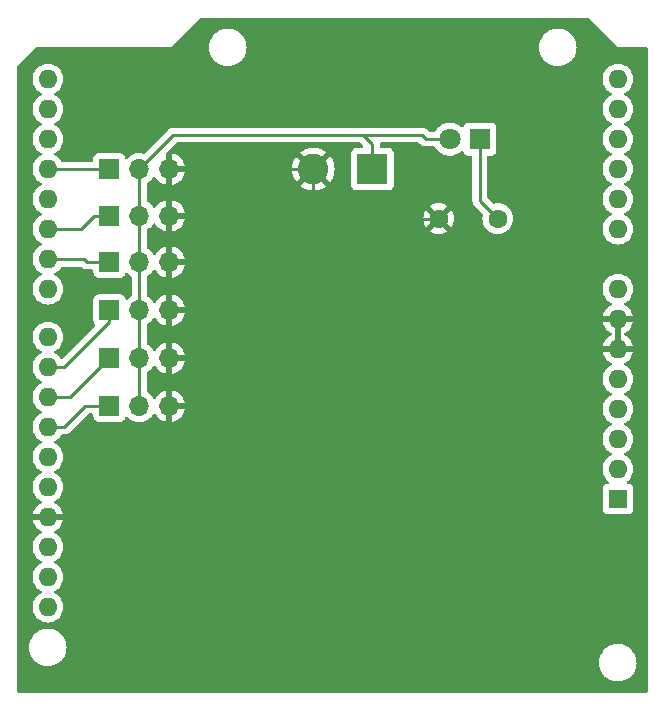
<source format=gbr>
%TF.GenerationSoftware,KiCad,Pcbnew,7.0.9*%
%TF.CreationDate,2024-02-26T09:47:15+09:00*%
%TF.ProjectId,240223_d0345_uno,32343032-3233-45f6-9430-3334355f756e,rev?*%
%TF.SameCoordinates,Original*%
%TF.FileFunction,Copper,L1,Top*%
%TF.FilePolarity,Positive*%
%FSLAX46Y46*%
G04 Gerber Fmt 4.6, Leading zero omitted, Abs format (unit mm)*
G04 Created by KiCad (PCBNEW 7.0.9) date 2024-02-26 09:47:15*
%MOMM*%
%LPD*%
G01*
G04 APERTURE LIST*
%TA.AperFunction,ComponentPad*%
%ADD10R,1.600000X1.600000*%
%TD*%
%TA.AperFunction,ComponentPad*%
%ADD11O,1.600000X1.600000*%
%TD*%
%TA.AperFunction,ComponentPad*%
%ADD12R,1.700000X1.700000*%
%TD*%
%TA.AperFunction,ComponentPad*%
%ADD13O,1.700000X1.700000*%
%TD*%
%TA.AperFunction,ComponentPad*%
%ADD14R,2.600000X2.600000*%
%TD*%
%TA.AperFunction,ComponentPad*%
%ADD15C,2.600000*%
%TD*%
%TA.AperFunction,ComponentPad*%
%ADD16R,1.800000X1.800000*%
%TD*%
%TA.AperFunction,ComponentPad*%
%ADD17C,1.800000*%
%TD*%
%TA.AperFunction,ComponentPad*%
%ADD18C,1.600000*%
%TD*%
%TA.AperFunction,ViaPad*%
%ADD19C,0.800000*%
%TD*%
%TA.AperFunction,Conductor*%
%ADD20C,0.250000*%
%TD*%
G04 APERTURE END LIST*
D10*
%TO.P,A1,1,NC*%
%TO.N,unconnected-(A1-NC-Pad1)*%
X194451370Y-87888000D03*
D11*
%TO.P,A1,2,IOREF*%
%TO.N,unconnected-(A1-IOREF-Pad2)*%
X194451370Y-85348000D03*
%TO.P,A1,3,~{RESET}*%
%TO.N,unconnected-(A1-~{RESET}-Pad3)*%
X194451370Y-82808000D03*
%TO.P,A1,4,3V3*%
%TO.N,unconnected-(A1-3V3-Pad4)*%
X194451370Y-80268000D03*
%TO.P,A1,5,+5V*%
%TO.N,unconnected-(A1-+5V-Pad5)*%
X194451370Y-77728000D03*
%TO.P,A1,6,GND*%
%TO.N,GND*%
X194451370Y-75188000D03*
%TO.P,A1,7,GND*%
X194451370Y-72648000D03*
%TO.P,A1,8,VIN*%
%TO.N,unconnected-(A1-VIN-Pad8)*%
X194451370Y-70108000D03*
%TO.P,A1,9,A0*%
%TO.N,unconnected-(A1-A0-Pad9)*%
X194451370Y-65028000D03*
%TO.P,A1,10,A1*%
%TO.N,unconnected-(A1-A1-Pad10)*%
X194451370Y-62488000D03*
%TO.P,A1,11,A2*%
%TO.N,unconnected-(A1-A2-Pad11)*%
X194451370Y-59948000D03*
%TO.P,A1,12,A3*%
%TO.N,unconnected-(A1-A3-Pad12)*%
X194451370Y-57408000D03*
%TO.P,A1,13,SDA/A4*%
%TO.N,unconnected-(A1-SDA{slash}A4-Pad13)*%
X194451370Y-54868000D03*
%TO.P,A1,14,SCL/A5*%
%TO.N,unconnected-(A1-SCL{slash}A5-Pad14)*%
X194451370Y-52328000D03*
%TO.P,A1,15,D0/RX*%
%TO.N,unconnected-(A1-D0{slash}RX-Pad15)*%
X146191370Y-52328000D03*
%TO.P,A1,16,D1/TX*%
%TO.N,unconnected-(A1-D1{slash}TX-Pad16)*%
X146191370Y-54868000D03*
%TO.P,A1,17,D2*%
%TO.N,unconnected-(A1-D2-Pad17)*%
X146191370Y-57408000D03*
%TO.P,A1,18,D3*%
%TO.N,/S0*%
X146191370Y-59948000D03*
%TO.P,A1,19,D4*%
%TO.N,unconnected-(A1-D4-Pad19)*%
X146191370Y-62488000D03*
%TO.P,A1,20,D5*%
%TO.N,/S1*%
X146191370Y-65028000D03*
%TO.P,A1,21,D6*%
%TO.N,/S2*%
X146191370Y-67568000D03*
%TO.P,A1,22,D7*%
%TO.N,unconnected-(A1-D7-Pad22)*%
X146191370Y-70108000D03*
%TO.P,A1,23,D8*%
%TO.N,unconnected-(A1-D8-Pad23)*%
X146191370Y-74168000D03*
%TO.P,A1,24,D9*%
%TO.N,/S3*%
X146191370Y-76708000D03*
%TO.P,A1,25,D10*%
%TO.N,/S4*%
X146191370Y-79248000D03*
%TO.P,A1,26,D11*%
%TO.N,/S5*%
X146191370Y-81788000D03*
%TO.P,A1,27,D12*%
%TO.N,unconnected-(A1-D12-Pad27)*%
X146191370Y-84328000D03*
%TO.P,A1,28,D13*%
%TO.N,unconnected-(A1-D13-Pad28)*%
X146191370Y-86868000D03*
%TO.P,A1,29,GND*%
%TO.N,GND*%
X146191370Y-89408000D03*
%TO.P,A1,30,AREF*%
%TO.N,unconnected-(A1-AREF-Pad30)*%
X146191370Y-91948000D03*
%TO.P,A1,31,SDA/A4*%
%TO.N,unconnected-(A1-SDA{slash}A4-Pad31)*%
X146191370Y-94488000D03*
%TO.P,A1,32,SCL/A5*%
%TO.N,unconnected-(A1-SCL{slash}A5-Pad32)*%
X146191370Y-97028000D03*
%TD*%
D12*
%TO.P,J7,1,Pin_1*%
%TO.N,/S5*%
X151399000Y-80010000D03*
D13*
%TO.P,J7,2,Pin_2*%
%TO.N,+5V*%
X153939000Y-80010000D03*
%TO.P,J7,3,Pin_3*%
%TO.N,GND*%
X156479000Y-80010000D03*
%TD*%
D12*
%TO.P,J4,1,Pin_1*%
%TO.N,/S2*%
X151399000Y-67818000D03*
D13*
%TO.P,J4,2,Pin_2*%
%TO.N,+5V*%
X153939000Y-67818000D03*
%TO.P,J4,3,Pin_3*%
%TO.N,GND*%
X156479000Y-67818000D03*
%TD*%
D12*
%TO.P,J6,1,Pin_1*%
%TO.N,/S4*%
X151399000Y-75946000D03*
D13*
%TO.P,J6,2,Pin_2*%
%TO.N,+5V*%
X153939000Y-75946000D03*
%TO.P,J6,3,Pin_3*%
%TO.N,GND*%
X156479000Y-75946000D03*
%TD*%
D12*
%TO.P,J3,1,Pin_1*%
%TO.N,/S1*%
X151384000Y-63881000D03*
D13*
%TO.P,J3,2,Pin_2*%
%TO.N,+5V*%
X153924000Y-63881000D03*
%TO.P,J3,3,Pin_3*%
%TO.N,GND*%
X156464000Y-63881000D03*
%TD*%
D14*
%TO.P,J1,1,Pin_1*%
%TO.N,+5V*%
X173660000Y-59944000D03*
D15*
%TO.P,J1,2,Pin_2*%
%TO.N,GND*%
X168660000Y-59944000D03*
%TD*%
D12*
%TO.P,J5,1,Pin_1*%
%TO.N,/S3*%
X151399000Y-71882000D03*
D13*
%TO.P,J5,2,Pin_2*%
%TO.N,+5V*%
X153939000Y-71882000D03*
%TO.P,J5,3,Pin_3*%
%TO.N,GND*%
X156479000Y-71882000D03*
%TD*%
D12*
%TO.P,J2,1,Pin_1*%
%TO.N,/S0*%
X151384000Y-59944000D03*
D13*
%TO.P,J2,2,Pin_2*%
%TO.N,+5V*%
X153924000Y-59944000D03*
%TO.P,J2,3,Pin_3*%
%TO.N,GND*%
X156464000Y-59944000D03*
%TD*%
D16*
%TO.P,D1,1,K*%
%TO.N,Net-(D1-K)*%
X182753000Y-57404000D03*
D17*
%TO.P,D1,2,A*%
%TO.N,+5V*%
X180213000Y-57404000D03*
%TD*%
D18*
%TO.P,R1,1*%
%TO.N,Net-(D1-K)*%
X184277000Y-64135000D03*
%TO.P,R1,2*%
%TO.N,GND*%
X179277000Y-64135000D03*
%TD*%
D19*
%TO.N,GND*%
X155829000Y-54483000D03*
X152146000Y-56769000D03*
X153162000Y-53848000D03*
X187071000Y-65151000D03*
X187071000Y-57531000D03*
X168148000Y-97155000D03*
X162052000Y-87884000D03*
X168275000Y-75819000D03*
X163449000Y-70358000D03*
X185928000Y-95504000D03*
X180594000Y-72136000D03*
X184658000Y-76962000D03*
X180975000Y-88265000D03*
%TD*%
D20*
%TO.N,GND*%
X156464000Y-59944000D02*
X168660000Y-59944000D01*
X168660000Y-62988000D02*
X168660000Y-59944000D01*
X168656000Y-62992000D02*
X168660000Y-62988000D01*
X169799000Y-64135000D02*
X168656000Y-62992000D01*
X179277000Y-64135000D02*
X169799000Y-64135000D01*
%TO.N,+5V*%
X178181000Y-57404000D02*
X180213000Y-57404000D01*
X177840000Y-57063000D02*
X178181000Y-57404000D01*
X172887000Y-57063000D02*
X177840000Y-57063000D01*
X173660000Y-57836000D02*
X173660000Y-59944000D01*
X172887000Y-57063000D02*
X173660000Y-57836000D01*
X156805000Y-57063000D02*
X172887000Y-57063000D01*
X153924000Y-59944000D02*
X156805000Y-57063000D01*
%TO.N,GND*%
X156479000Y-67818000D02*
X156479000Y-71882000D01*
X156464000Y-67803000D02*
X156479000Y-67818000D01*
X156464000Y-63881000D02*
X156464000Y-67803000D01*
X156479000Y-71882000D02*
X156479000Y-75946000D01*
X156479000Y-80010000D02*
X156479000Y-75946000D01*
X156464000Y-59944000D02*
X156464000Y-63881000D01*
%TO.N,/S0*%
X146195370Y-59944000D02*
X146191370Y-59948000D01*
X151384000Y-59944000D02*
X146195370Y-59944000D01*
%TO.N,/S1*%
X148967000Y-65028000D02*
X150114000Y-63881000D01*
X150114000Y-63881000D02*
X151384000Y-63881000D01*
X146191370Y-65028000D02*
X148967000Y-65028000D01*
%TO.N,/S2*%
X149229000Y-67568000D02*
X149479000Y-67818000D01*
X146191370Y-67568000D02*
X149229000Y-67568000D01*
X149479000Y-67818000D02*
X151399000Y-67818000D01*
%TO.N,/S3*%
X151399000Y-72883000D02*
X147574000Y-76708000D01*
X151399000Y-71882000D02*
X151399000Y-72883000D01*
X147574000Y-76708000D02*
X146191370Y-76708000D01*
%TO.N,/S4*%
X151399000Y-75946000D02*
X148097000Y-79248000D01*
X148097000Y-79248000D02*
X146191370Y-79248000D01*
%TO.N,/S5*%
X147574000Y-81788000D02*
X146191370Y-81788000D01*
X149352000Y-80010000D02*
X147574000Y-81788000D01*
X151399000Y-80010000D02*
X149352000Y-80010000D01*
%TO.N,+5V*%
X153939000Y-67818000D02*
X153939000Y-71882000D01*
X153924000Y-59944000D02*
X153924000Y-63881000D01*
X153939000Y-63896000D02*
X153924000Y-63881000D01*
X153939000Y-71882000D02*
X153939000Y-75946000D01*
X153939000Y-75946000D02*
X153939000Y-80010000D01*
X153939000Y-67818000D02*
X153939000Y-63896000D01*
%TO.N,Net-(D1-K)*%
X182753000Y-62611000D02*
X184277000Y-64135000D01*
X182753000Y-57404000D02*
X182753000Y-62611000D01*
%TD*%
%TA.AperFunction,Conductor*%
%TO.N,GND*%
G36*
X194701370Y-74700060D02*
G01*
X194687792Y-74746297D01*
X194593685Y-74703320D01*
X194487133Y-74688000D01*
X194415607Y-74688000D01*
X194309055Y-74703320D01*
X194217496Y-74745133D01*
X194201548Y-74699923D01*
X194201370Y-74693288D01*
X194201370Y-73083501D01*
X194309055Y-73132680D01*
X194415607Y-73148000D01*
X194487133Y-73148000D01*
X194593685Y-73132680D01*
X194701370Y-73083501D01*
X194701370Y-74700060D01*
G37*
%TD.AperFunction*%
%TA.AperFunction,Conductor*%
G36*
X191913338Y-47167185D02*
G01*
X191932926Y-47182777D01*
X194433411Y-49624194D01*
X194436616Y-49627381D01*
X194436617Y-49627383D01*
X194436720Y-49627425D01*
X194436722Y-49627427D01*
X194436809Y-49627462D01*
X194436901Y-49627500D01*
X194436903Y-49627500D01*
X194437004Y-49627542D01*
X194437006Y-49627541D01*
X194437007Y-49627542D01*
X194437007Y-49627541D01*
X194440399Y-49627500D01*
X196852500Y-49627500D01*
X196919539Y-49647185D01*
X196965294Y-49699989D01*
X196976500Y-49751500D01*
X196976500Y-104142500D01*
X196956815Y-104209539D01*
X196904011Y-104255294D01*
X196852500Y-104266500D01*
X143723027Y-104266500D01*
X143655988Y-104246815D01*
X143610233Y-104194011D01*
X143599027Y-104142500D01*
X143599027Y-100426999D01*
X144584090Y-100426999D01*
X144591756Y-100524408D01*
X144591947Y-100529274D01*
X144591947Y-100551746D01*
X144595461Y-100573943D01*
X144596033Y-100578774D01*
X144601642Y-100650024D01*
X144603701Y-100676186D01*
X144603701Y-100676189D01*
X144603702Y-100676191D01*
X144626510Y-100771195D01*
X144627460Y-100775971D01*
X144630976Y-100798170D01*
X144637921Y-100819542D01*
X144639242Y-100824228D01*
X144662052Y-100919235D01*
X144662054Y-100919241D01*
X144686618Y-100978543D01*
X144699446Y-101009512D01*
X144701127Y-101014070D01*
X144708072Y-101035445D01*
X144718280Y-101055480D01*
X144720318Y-101059901D01*
X144757706Y-101150166D01*
X144808751Y-101233462D01*
X144811130Y-101237710D01*
X144811136Y-101237721D01*
X144821341Y-101257749D01*
X144827688Y-101266485D01*
X144834556Y-101275939D01*
X144837260Y-101279987D01*
X144888305Y-101363283D01*
X144888309Y-101363289D01*
X144951759Y-101437579D01*
X144954763Y-101441390D01*
X144967989Y-101459593D01*
X144983898Y-101475502D01*
X144987191Y-101479065D01*
X145050643Y-101553357D01*
X145081906Y-101580058D01*
X145124932Y-101616806D01*
X145128495Y-101620099D01*
X145144407Y-101636011D01*
X145162613Y-101649238D01*
X145166407Y-101652229D01*
X145240711Y-101715691D01*
X145240713Y-101715692D01*
X145324014Y-101766739D01*
X145328051Y-101769436D01*
X145346251Y-101782659D01*
X145366309Y-101792879D01*
X145370500Y-101795225D01*
X145453834Y-101846293D01*
X145544133Y-101883696D01*
X145548501Y-101885710D01*
X145568551Y-101895926D01*
X145589951Y-101902879D01*
X145594492Y-101904555D01*
X145684764Y-101941947D01*
X145684766Y-101941947D01*
X145684770Y-101941949D01*
X145746790Y-101956838D01*
X145779773Y-101964757D01*
X145784438Y-101966072D01*
X145799872Y-101971087D01*
X145805828Y-101973023D01*
X145805829Y-101973023D01*
X145805832Y-101973024D01*
X145828049Y-101976542D01*
X145832775Y-101977481D01*
X145927814Y-102000299D01*
X146025234Y-102007966D01*
X146030051Y-102008536D01*
X146046801Y-102011189D01*
X146052253Y-102012053D01*
X146074725Y-102012053D01*
X146079591Y-102012244D01*
X146089438Y-102013018D01*
X146177000Y-102019910D01*
X146264561Y-102013018D01*
X146274409Y-102012244D01*
X146279275Y-102012053D01*
X146301743Y-102012053D01*
X146301746Y-102012053D01*
X146323954Y-102008535D01*
X146328756Y-102007966D01*
X146426186Y-102000299D01*
X146521234Y-101977479D01*
X146525906Y-101976549D01*
X146548168Y-101973024D01*
X146569590Y-101966063D01*
X146574209Y-101964761D01*
X146669236Y-101941947D01*
X146759534Y-101904544D01*
X146764023Y-101902887D01*
X146785449Y-101895926D01*
X146805520Y-101885699D01*
X146809861Y-101883698D01*
X146900166Y-101846293D01*
X146983514Y-101795217D01*
X146987686Y-101792881D01*
X147007749Y-101782659D01*
X147025948Y-101769436D01*
X147029964Y-101766752D01*
X147094834Y-101727000D01*
X192844090Y-101727000D01*
X192847430Y-101769436D01*
X192851756Y-101824408D01*
X192851947Y-101829274D01*
X192851947Y-101851746D01*
X192855461Y-101873943D01*
X192856033Y-101878774D01*
X192861642Y-101950024D01*
X192863701Y-101976186D01*
X192863701Y-101976189D01*
X192863702Y-101976191D01*
X192886510Y-102071195D01*
X192887460Y-102075971D01*
X192890976Y-102098170D01*
X192897921Y-102119542D01*
X192899242Y-102124228D01*
X192922052Y-102219235D01*
X192922054Y-102219241D01*
X192946618Y-102278543D01*
X192959446Y-102309512D01*
X192961127Y-102314070D01*
X192968072Y-102335445D01*
X192978280Y-102355480D01*
X192980318Y-102359901D01*
X193017706Y-102450166D01*
X193068751Y-102533462D01*
X193071130Y-102537710D01*
X193071136Y-102537721D01*
X193081341Y-102557749D01*
X193087688Y-102566485D01*
X193094556Y-102575939D01*
X193097260Y-102579987D01*
X193148305Y-102663283D01*
X193148309Y-102663289D01*
X193211759Y-102737579D01*
X193214763Y-102741390D01*
X193227989Y-102759593D01*
X193243898Y-102775502D01*
X193247191Y-102779065D01*
X193310643Y-102853357D01*
X193384926Y-102916801D01*
X193384932Y-102916806D01*
X193388495Y-102920099D01*
X193404407Y-102936011D01*
X193422613Y-102949238D01*
X193426407Y-102952229D01*
X193500711Y-103015691D01*
X193500713Y-103015692D01*
X193584014Y-103066739D01*
X193588051Y-103069436D01*
X193606251Y-103082659D01*
X193626309Y-103092879D01*
X193630500Y-103095225D01*
X193713834Y-103146293D01*
X193804133Y-103183696D01*
X193808501Y-103185710D01*
X193828551Y-103195926D01*
X193849951Y-103202879D01*
X193854492Y-103204555D01*
X193944764Y-103241947D01*
X193944766Y-103241947D01*
X193944770Y-103241949D01*
X194006790Y-103256838D01*
X194039773Y-103264757D01*
X194044438Y-103266072D01*
X194059872Y-103271087D01*
X194065828Y-103273023D01*
X194065829Y-103273023D01*
X194065832Y-103273024D01*
X194088049Y-103276542D01*
X194092775Y-103277481D01*
X194187814Y-103300299D01*
X194285234Y-103307966D01*
X194290051Y-103308536D01*
X194306801Y-103311189D01*
X194312253Y-103312053D01*
X194334725Y-103312053D01*
X194339591Y-103312244D01*
X194349438Y-103313018D01*
X194437000Y-103319910D01*
X194524561Y-103313018D01*
X194534409Y-103312244D01*
X194539275Y-103312053D01*
X194561743Y-103312053D01*
X194561746Y-103312053D01*
X194583954Y-103308535D01*
X194588756Y-103307966D01*
X194686186Y-103300299D01*
X194781234Y-103277479D01*
X194785906Y-103276549D01*
X194808168Y-103273024D01*
X194829590Y-103266063D01*
X194834209Y-103264761D01*
X194929236Y-103241947D01*
X195019534Y-103204544D01*
X195024023Y-103202887D01*
X195045449Y-103195926D01*
X195065520Y-103185699D01*
X195069861Y-103183698D01*
X195160166Y-103146293D01*
X195243514Y-103095217D01*
X195247686Y-103092881D01*
X195267749Y-103082659D01*
X195285948Y-103069436D01*
X195289964Y-103066752D01*
X195373289Y-103015691D01*
X195447596Y-102952226D01*
X195451376Y-102949245D01*
X195469593Y-102936011D01*
X195485507Y-102920096D01*
X195489048Y-102916822D01*
X195563357Y-102853357D01*
X195626822Y-102779048D01*
X195630096Y-102775507D01*
X195646011Y-102759593D01*
X195659245Y-102741376D01*
X195662226Y-102737596D01*
X195725691Y-102663289D01*
X195776752Y-102579965D01*
X195779443Y-102575939D01*
X195792659Y-102557749D01*
X195802881Y-102537686D01*
X195805217Y-102533514D01*
X195856293Y-102450166D01*
X195893698Y-102359861D01*
X195895699Y-102355520D01*
X195905926Y-102335449D01*
X195912887Y-102314023D01*
X195914544Y-102309534D01*
X195951947Y-102219236D01*
X195974761Y-102124209D01*
X195976063Y-102119590D01*
X195983024Y-102098168D01*
X195986549Y-102075906D01*
X195987479Y-102071234D01*
X196010299Y-101976186D01*
X196017966Y-101878759D01*
X196018537Y-101873943D01*
X196022053Y-101851746D01*
X196022668Y-101820371D01*
X196022844Y-101816775D01*
X196029910Y-101727000D01*
X196022844Y-101637227D01*
X196022668Y-101633624D01*
X196022053Y-101602254D01*
X196018537Y-101580054D01*
X196017965Y-101575227D01*
X196015915Y-101549178D01*
X196010299Y-101477814D01*
X195987481Y-101382775D01*
X195986542Y-101378049D01*
X195983024Y-101355832D01*
X195976072Y-101334438D01*
X195974757Y-101329773D01*
X195962804Y-101279986D01*
X195951949Y-101234770D01*
X195951944Y-101234758D01*
X195914555Y-101144492D01*
X195912874Y-101139936D01*
X195905926Y-101118551D01*
X195895710Y-101098501D01*
X195893696Y-101094133D01*
X195856293Y-101003834D01*
X195805225Y-100920500D01*
X195802879Y-100916309D01*
X195792659Y-100896251D01*
X195779436Y-100878051D01*
X195776739Y-100874014D01*
X195725691Y-100790711D01*
X195662229Y-100716407D01*
X195659238Y-100712613D01*
X195646011Y-100694407D01*
X195630099Y-100678495D01*
X195626806Y-100674932D01*
X195626801Y-100674926D01*
X195563357Y-100600643D01*
X195489065Y-100537191D01*
X195485499Y-100533895D01*
X195469593Y-100517989D01*
X195451390Y-100504763D01*
X195447579Y-100501759D01*
X195447578Y-100501758D01*
X195373289Y-100438309D01*
X195373283Y-100438305D01*
X195289987Y-100387260D01*
X195285939Y-100384556D01*
X195276485Y-100377688D01*
X195267749Y-100371341D01*
X195259057Y-100366912D01*
X195247710Y-100361130D01*
X195243462Y-100358751D01*
X195160166Y-100307706D01*
X195069901Y-100270318D01*
X195065480Y-100268280D01*
X195059054Y-100265006D01*
X195045449Y-100258074D01*
X195045446Y-100258073D01*
X195045444Y-100258072D01*
X195045445Y-100258072D01*
X195024070Y-100251127D01*
X195019512Y-100249446D01*
X194988543Y-100236618D01*
X194929241Y-100212054D01*
X194929235Y-100212052D01*
X194834228Y-100189242D01*
X194829542Y-100187921D01*
X194808170Y-100180976D01*
X194785971Y-100177460D01*
X194781195Y-100176510D01*
X194686191Y-100153702D01*
X194686189Y-100153701D01*
X194686186Y-100153701D01*
X194660024Y-100151642D01*
X194588774Y-100146033D01*
X194583943Y-100145461D01*
X194561746Y-100141947D01*
X194539275Y-100141947D01*
X194534409Y-100141756D01*
X194437000Y-100134090D01*
X194339591Y-100141756D01*
X194334725Y-100141947D01*
X194312255Y-100141947D01*
X194312254Y-100141947D01*
X194310088Y-100142290D01*
X194290058Y-100145461D01*
X194285227Y-100146033D01*
X194187811Y-100153701D01*
X194187806Y-100153702D01*
X194092804Y-100176510D01*
X194088029Y-100177460D01*
X194065828Y-100180976D01*
X194044451Y-100187922D01*
X194039767Y-100189243D01*
X193944767Y-100212052D01*
X193944758Y-100212055D01*
X193854501Y-100249440D01*
X193849936Y-100251124D01*
X193828562Y-100258069D01*
X193828545Y-100258076D01*
X193808517Y-100268280D01*
X193804097Y-100270318D01*
X193713841Y-100307703D01*
X193713829Y-100307709D01*
X193630531Y-100358754D01*
X193626285Y-100361132D01*
X193606253Y-100371339D01*
X193606244Y-100371345D01*
X193588057Y-100384557D01*
X193584013Y-100387259D01*
X193500708Y-100438311D01*
X193426420Y-100501758D01*
X193422598Y-100504771D01*
X193404414Y-100517982D01*
X193404408Y-100517987D01*
X193388498Y-100533895D01*
X193384926Y-100537197D01*
X193310642Y-100600642D01*
X193247197Y-100674926D01*
X193243895Y-100678498D01*
X193227987Y-100694408D01*
X193227982Y-100694414D01*
X193214771Y-100712598D01*
X193211758Y-100716420D01*
X193148311Y-100790708D01*
X193097259Y-100874013D01*
X193094557Y-100878057D01*
X193081345Y-100896244D01*
X193081339Y-100896253D01*
X193071132Y-100916285D01*
X193068754Y-100920531D01*
X193017709Y-101003829D01*
X193017703Y-101003841D01*
X192980318Y-101094097D01*
X192978280Y-101098517D01*
X192968076Y-101118545D01*
X192968069Y-101118562D01*
X192961124Y-101139936D01*
X192959440Y-101144501D01*
X192922055Y-101234758D01*
X192922052Y-101234767D01*
X192899243Y-101329767D01*
X192897922Y-101334451D01*
X192890976Y-101355828D01*
X192887460Y-101378029D01*
X192886510Y-101382804D01*
X192863702Y-101477806D01*
X192863701Y-101477811D01*
X192856033Y-101575227D01*
X192855461Y-101580058D01*
X192851947Y-101602254D01*
X192851947Y-101624725D01*
X192851756Y-101629591D01*
X192845356Y-101710910D01*
X192844090Y-101727000D01*
X147094834Y-101727000D01*
X147113289Y-101715691D01*
X147187596Y-101652226D01*
X147191376Y-101649245D01*
X147209593Y-101636011D01*
X147225507Y-101620096D01*
X147229048Y-101616822D01*
X147303357Y-101553357D01*
X147366822Y-101479048D01*
X147370096Y-101475507D01*
X147386011Y-101459593D01*
X147399245Y-101441376D01*
X147402226Y-101437596D01*
X147465691Y-101363289D01*
X147516752Y-101279965D01*
X147519443Y-101275939D01*
X147532659Y-101257749D01*
X147542881Y-101237686D01*
X147545217Y-101233514D01*
X147596293Y-101150166D01*
X147633698Y-101059861D01*
X147635699Y-101055520D01*
X147645926Y-101035449D01*
X147652887Y-101014023D01*
X147654544Y-101009534D01*
X147691947Y-100919236D01*
X147714761Y-100824209D01*
X147716063Y-100819590D01*
X147723024Y-100798168D01*
X147726549Y-100775906D01*
X147727479Y-100771234D01*
X147750299Y-100676186D01*
X147757966Y-100578759D01*
X147758537Y-100573943D01*
X147762053Y-100551746D01*
X147762668Y-100520371D01*
X147762844Y-100516775D01*
X147769910Y-100427000D01*
X147762844Y-100337227D01*
X147762668Y-100333624D01*
X147762053Y-100302254D01*
X147758538Y-100280058D01*
X147757965Y-100275225D01*
X147757579Y-100270318D01*
X147750299Y-100177814D01*
X147727481Y-100082775D01*
X147726542Y-100078049D01*
X147723024Y-100055832D01*
X147716072Y-100034438D01*
X147714757Y-100029773D01*
X147706838Y-99996790D01*
X147691949Y-99934770D01*
X147691944Y-99934758D01*
X147654555Y-99844492D01*
X147652874Y-99839936D01*
X147645926Y-99818551D01*
X147635710Y-99798501D01*
X147633696Y-99794133D01*
X147596293Y-99703834D01*
X147545225Y-99620500D01*
X147542879Y-99616309D01*
X147532659Y-99596251D01*
X147519436Y-99578051D01*
X147516739Y-99574014D01*
X147465691Y-99490711D01*
X147402229Y-99416407D01*
X147399238Y-99412613D01*
X147386011Y-99394407D01*
X147370099Y-99378495D01*
X147366806Y-99374932D01*
X147366801Y-99374926D01*
X147303357Y-99300643D01*
X147229065Y-99237191D01*
X147225499Y-99233895D01*
X147209593Y-99217989D01*
X147191390Y-99204763D01*
X147187579Y-99201759D01*
X147187578Y-99201758D01*
X147113289Y-99138309D01*
X147113283Y-99138305D01*
X147029987Y-99087260D01*
X147025939Y-99084556D01*
X147016485Y-99077688D01*
X147007749Y-99071341D01*
X146999057Y-99066912D01*
X146987710Y-99061130D01*
X146983462Y-99058751D01*
X146900166Y-99007706D01*
X146809901Y-98970318D01*
X146805480Y-98968280D01*
X146799054Y-98965006D01*
X146785449Y-98958074D01*
X146785446Y-98958073D01*
X146785444Y-98958072D01*
X146785445Y-98958072D01*
X146764070Y-98951127D01*
X146759512Y-98949446D01*
X146728543Y-98936618D01*
X146669241Y-98912054D01*
X146669235Y-98912052D01*
X146574228Y-98889242D01*
X146569542Y-98887921D01*
X146548170Y-98880976D01*
X146525971Y-98877460D01*
X146521195Y-98876510D01*
X146426191Y-98853702D01*
X146426189Y-98853701D01*
X146426186Y-98853701D01*
X146400024Y-98851642D01*
X146328774Y-98846033D01*
X146323943Y-98845461D01*
X146301746Y-98841947D01*
X146279275Y-98841947D01*
X146274409Y-98841756D01*
X146177000Y-98834090D01*
X146079591Y-98841756D01*
X146074725Y-98841947D01*
X146052255Y-98841947D01*
X146052254Y-98841947D01*
X146050088Y-98842290D01*
X146030058Y-98845461D01*
X146025227Y-98846033D01*
X145927811Y-98853701D01*
X145927806Y-98853702D01*
X145832804Y-98876510D01*
X145828029Y-98877460D01*
X145805828Y-98880976D01*
X145784451Y-98887922D01*
X145779767Y-98889243D01*
X145684767Y-98912052D01*
X145684758Y-98912055D01*
X145594501Y-98949440D01*
X145589936Y-98951124D01*
X145568562Y-98958069D01*
X145568545Y-98958076D01*
X145548517Y-98968280D01*
X145544097Y-98970318D01*
X145453841Y-99007703D01*
X145453829Y-99007709D01*
X145370531Y-99058754D01*
X145366285Y-99061132D01*
X145346253Y-99071339D01*
X145346244Y-99071345D01*
X145328057Y-99084557D01*
X145324013Y-99087259D01*
X145240708Y-99138311D01*
X145166420Y-99201758D01*
X145162598Y-99204771D01*
X145144414Y-99217982D01*
X145144408Y-99217987D01*
X145128498Y-99233895D01*
X145124926Y-99237197D01*
X145050642Y-99300642D01*
X144987197Y-99374926D01*
X144983895Y-99378498D01*
X144967987Y-99394408D01*
X144967982Y-99394414D01*
X144954771Y-99412598D01*
X144951758Y-99416420D01*
X144888311Y-99490708D01*
X144837259Y-99574013D01*
X144834557Y-99578057D01*
X144821345Y-99596244D01*
X144821339Y-99596253D01*
X144811132Y-99616285D01*
X144808754Y-99620531D01*
X144757709Y-99703829D01*
X144757703Y-99703841D01*
X144720318Y-99794097D01*
X144718280Y-99798517D01*
X144708076Y-99818545D01*
X144708069Y-99818562D01*
X144701124Y-99839936D01*
X144699440Y-99844501D01*
X144662055Y-99934758D01*
X144662052Y-99934767D01*
X144639243Y-100029767D01*
X144637922Y-100034451D01*
X144630976Y-100055828D01*
X144627460Y-100078029D01*
X144626510Y-100082804D01*
X144603702Y-100177806D01*
X144603701Y-100177812D01*
X144596034Y-100275225D01*
X144595462Y-100280058D01*
X144591947Y-100302254D01*
X144591947Y-100324725D01*
X144591756Y-100329591D01*
X144584090Y-100426999D01*
X143599027Y-100426999D01*
X143599027Y-97028001D01*
X144885902Y-97028001D01*
X144905734Y-97254686D01*
X144905736Y-97254697D01*
X144964628Y-97474488D01*
X144964631Y-97474497D01*
X145060801Y-97680732D01*
X145060802Y-97680734D01*
X145191324Y-97867141D01*
X145352228Y-98028045D01*
X145352231Y-98028047D01*
X145538636Y-98158568D01*
X145744874Y-98254739D01*
X145964678Y-98313635D01*
X146126600Y-98327801D01*
X146191368Y-98333468D01*
X146191370Y-98333468D01*
X146191372Y-98333468D01*
X146248043Y-98328509D01*
X146418062Y-98313635D01*
X146637866Y-98254739D01*
X146844104Y-98158568D01*
X147030509Y-98028047D01*
X147191417Y-97867139D01*
X147321938Y-97680734D01*
X147418109Y-97474496D01*
X147477005Y-97254692D01*
X147496838Y-97028000D01*
X147477005Y-96801308D01*
X147418109Y-96581504D01*
X147321938Y-96375266D01*
X147191417Y-96188861D01*
X147191415Y-96188858D01*
X147030511Y-96027954D01*
X146844104Y-95897432D01*
X146844098Y-95897429D01*
X146786095Y-95870382D01*
X146733655Y-95824210D01*
X146714503Y-95757017D01*
X146734718Y-95690135D01*
X146786095Y-95645618D01*
X146844104Y-95618568D01*
X147030509Y-95488047D01*
X147191417Y-95327139D01*
X147321938Y-95140734D01*
X147418109Y-94934496D01*
X147477005Y-94714692D01*
X147496838Y-94488000D01*
X147477005Y-94261308D01*
X147418109Y-94041504D01*
X147321938Y-93835266D01*
X147191417Y-93648861D01*
X147191415Y-93648858D01*
X147030511Y-93487954D01*
X146844104Y-93357432D01*
X146844098Y-93357429D01*
X146786095Y-93330382D01*
X146733655Y-93284210D01*
X146714503Y-93217017D01*
X146734718Y-93150135D01*
X146786095Y-93105618D01*
X146844104Y-93078568D01*
X147030509Y-92948047D01*
X147191417Y-92787139D01*
X147321938Y-92600734D01*
X147418109Y-92394496D01*
X147477005Y-92174692D01*
X147496838Y-91948000D01*
X147477005Y-91721308D01*
X147418109Y-91501504D01*
X147321938Y-91295266D01*
X147191417Y-91108861D01*
X147191415Y-91108858D01*
X147030511Y-90947954D01*
X146844104Y-90817432D01*
X146844102Y-90817431D01*
X146832645Y-90812088D01*
X146785502Y-90790105D01*
X146733064Y-90743934D01*
X146713912Y-90676740D01*
X146734128Y-90609859D01*
X146785504Y-90565341D01*
X146843854Y-90538132D01*
X147030190Y-90407657D01*
X147191027Y-90246820D01*
X147321504Y-90060482D01*
X147417635Y-89854326D01*
X147417639Y-89854317D01*
X147470242Y-89658000D01*
X146625056Y-89658000D01*
X146650863Y-89617844D01*
X146691370Y-89479889D01*
X146691370Y-89336111D01*
X146650863Y-89198156D01*
X146625056Y-89158000D01*
X147470242Y-89158000D01*
X147470242Y-89157999D01*
X147417639Y-88961682D01*
X147417635Y-88961673D01*
X147321504Y-88755517D01*
X147191027Y-88569179D01*
X147030190Y-88408342D01*
X146843852Y-88277865D01*
X146785503Y-88250657D01*
X146733064Y-88204484D01*
X146713912Y-88137291D01*
X146734128Y-88070410D01*
X146785499Y-88025895D01*
X146844104Y-87998568D01*
X147030509Y-87868047D01*
X147191417Y-87707139D01*
X147321938Y-87520734D01*
X147418109Y-87314496D01*
X147477005Y-87094692D01*
X147496838Y-86868000D01*
X147494884Y-86845671D01*
X147484804Y-86730452D01*
X147477005Y-86641308D01*
X147418109Y-86421504D01*
X147321938Y-86215266D01*
X147191417Y-86028861D01*
X147191415Y-86028858D01*
X147030511Y-85867954D01*
X146844104Y-85737432D01*
X146844098Y-85737429D01*
X146786095Y-85710382D01*
X146733655Y-85664210D01*
X146714503Y-85597017D01*
X146734718Y-85530135D01*
X146786095Y-85485618D01*
X146844104Y-85458568D01*
X147002011Y-85348001D01*
X193145902Y-85348001D01*
X193165734Y-85574686D01*
X193165736Y-85574697D01*
X193224628Y-85794488D01*
X193224631Y-85794497D01*
X193320801Y-86000732D01*
X193320802Y-86000734D01*
X193451324Y-86187141D01*
X193612228Y-86348045D01*
X193636832Y-86365273D01*
X193680457Y-86419849D01*
X193687651Y-86489348D01*
X193656128Y-86551703D01*
X193595899Y-86587117D01*
X193578963Y-86590138D01*
X193543886Y-86593908D01*
X193409041Y-86644202D01*
X193409034Y-86644206D01*
X193293825Y-86730452D01*
X193293822Y-86730455D01*
X193207576Y-86845664D01*
X193207572Y-86845671D01*
X193157278Y-86980517D01*
X193150871Y-87040116D01*
X193150871Y-87040123D01*
X193150870Y-87040135D01*
X193150870Y-88735870D01*
X193150871Y-88735876D01*
X193157278Y-88795483D01*
X193207572Y-88930328D01*
X193207576Y-88930335D01*
X193293822Y-89045544D01*
X193293825Y-89045547D01*
X193409034Y-89131793D01*
X193409041Y-89131797D01*
X193543887Y-89182091D01*
X193543886Y-89182091D01*
X193550814Y-89182835D01*
X193603497Y-89188500D01*
X195299242Y-89188499D01*
X195358853Y-89182091D01*
X195493701Y-89131796D01*
X195608916Y-89045546D01*
X195695166Y-88930331D01*
X195745461Y-88795483D01*
X195751870Y-88735873D01*
X195751869Y-87040128D01*
X195745461Y-86980517D01*
X195703495Y-86868001D01*
X195695167Y-86845671D01*
X195695163Y-86845664D01*
X195608917Y-86730455D01*
X195608914Y-86730452D01*
X195493705Y-86644206D01*
X195493698Y-86644202D01*
X195358852Y-86593908D01*
X195358853Y-86593908D01*
X195323774Y-86590137D01*
X195259223Y-86563399D01*
X195219375Y-86506006D01*
X195216882Y-86436181D01*
X195252535Y-86376092D01*
X195265909Y-86365272D01*
X195290510Y-86348046D01*
X195451415Y-86187141D01*
X195451417Y-86187139D01*
X195581938Y-86000734D01*
X195678109Y-85794496D01*
X195737005Y-85574692D01*
X195756838Y-85348000D01*
X195737005Y-85121308D01*
X195678109Y-84901504D01*
X195581938Y-84695266D01*
X195451417Y-84508861D01*
X195451415Y-84508858D01*
X195290511Y-84347954D01*
X195104104Y-84217432D01*
X195104098Y-84217429D01*
X195046095Y-84190382D01*
X194993655Y-84144210D01*
X194974503Y-84077017D01*
X194994718Y-84010135D01*
X195046095Y-83965618D01*
X195104104Y-83938568D01*
X195290509Y-83808047D01*
X195451417Y-83647139D01*
X195581938Y-83460734D01*
X195678109Y-83254496D01*
X195737005Y-83034692D01*
X195756838Y-82808000D01*
X195737005Y-82581308D01*
X195678109Y-82361504D01*
X195581938Y-82155266D01*
X195451417Y-81968861D01*
X195451415Y-81968858D01*
X195290511Y-81807954D01*
X195104104Y-81677432D01*
X195104098Y-81677429D01*
X195046095Y-81650382D01*
X194993655Y-81604210D01*
X194974503Y-81537017D01*
X194994718Y-81470135D01*
X195046095Y-81425618D01*
X195104104Y-81398568D01*
X195290509Y-81268047D01*
X195451417Y-81107139D01*
X195581938Y-80920734D01*
X195678109Y-80714496D01*
X195737005Y-80494692D01*
X195756838Y-80268000D01*
X195754861Y-80245408D01*
X195741015Y-80087141D01*
X195737005Y-80041308D01*
X195682344Y-79837310D01*
X195678111Y-79821511D01*
X195678108Y-79821502D01*
X195649429Y-79760000D01*
X195581938Y-79615266D01*
X195451417Y-79428861D01*
X195451415Y-79428858D01*
X195290511Y-79267954D01*
X195104104Y-79137432D01*
X195104098Y-79137429D01*
X195070860Y-79121930D01*
X195046094Y-79110381D01*
X194993655Y-79064210D01*
X194974503Y-78997017D01*
X194994718Y-78930135D01*
X195046095Y-78885618D01*
X195104104Y-78858568D01*
X195290509Y-78728047D01*
X195451417Y-78567139D01*
X195581938Y-78380734D01*
X195678109Y-78174496D01*
X195737005Y-77954692D01*
X195756838Y-77728000D01*
X195737005Y-77501308D01*
X195678109Y-77281504D01*
X195581938Y-77075266D01*
X195451417Y-76888861D01*
X195451415Y-76888858D01*
X195290511Y-76727954D01*
X195104104Y-76597432D01*
X195104102Y-76597431D01*
X195089590Y-76590664D01*
X195045502Y-76570105D01*
X194993064Y-76523934D01*
X194973912Y-76456740D01*
X194994128Y-76389859D01*
X195045504Y-76345341D01*
X195103854Y-76318132D01*
X195290190Y-76187657D01*
X195451027Y-76026820D01*
X195581504Y-75840482D01*
X195677635Y-75634326D01*
X195677639Y-75634317D01*
X195730242Y-75438000D01*
X194885056Y-75438000D01*
X194910863Y-75397844D01*
X194951370Y-75259889D01*
X194951370Y-75116111D01*
X194910863Y-74978156D01*
X194885056Y-74938000D01*
X195730242Y-74938000D01*
X195730242Y-74937999D01*
X195677639Y-74741682D01*
X195677635Y-74741673D01*
X195581504Y-74535517D01*
X195451027Y-74349179D01*
X195290190Y-74188342D01*
X195103851Y-74057865D01*
X195103849Y-74057864D01*
X195044913Y-74030382D01*
X194992473Y-73984210D01*
X194973321Y-73917017D01*
X194993536Y-73850136D01*
X195044913Y-73805618D01*
X195103849Y-73778135D01*
X195103851Y-73778134D01*
X195290190Y-73647657D01*
X195451027Y-73486820D01*
X195581504Y-73300482D01*
X195677635Y-73094326D01*
X195677639Y-73094317D01*
X195730242Y-72898000D01*
X194885056Y-72898000D01*
X194910863Y-72857844D01*
X194951370Y-72719889D01*
X194951370Y-72576111D01*
X194910863Y-72438156D01*
X194885056Y-72398000D01*
X195730242Y-72398000D01*
X195730242Y-72397999D01*
X195677639Y-72201682D01*
X195677635Y-72201673D01*
X195581504Y-71995517D01*
X195451027Y-71809179D01*
X195290190Y-71648342D01*
X195103852Y-71517865D01*
X195045503Y-71490657D01*
X194993064Y-71444484D01*
X194973912Y-71377291D01*
X194994128Y-71310410D01*
X195045499Y-71265895D01*
X195104104Y-71238568D01*
X195290509Y-71108047D01*
X195451417Y-70947139D01*
X195581938Y-70760734D01*
X195678109Y-70554496D01*
X195737005Y-70334692D01*
X195756838Y-70108000D01*
X195737005Y-69881308D01*
X195678109Y-69661504D01*
X195581938Y-69455266D01*
X195451417Y-69268861D01*
X195451415Y-69268858D01*
X195290511Y-69107954D01*
X195104104Y-68977432D01*
X195104102Y-68977431D01*
X194897867Y-68881261D01*
X194897858Y-68881258D01*
X194678067Y-68822366D01*
X194678063Y-68822365D01*
X194678062Y-68822365D01*
X194678061Y-68822364D01*
X194678056Y-68822364D01*
X194451372Y-68802532D01*
X194451368Y-68802532D01*
X194224683Y-68822364D01*
X194224672Y-68822366D01*
X194004881Y-68881258D01*
X194004872Y-68881261D01*
X193798637Y-68977431D01*
X193798635Y-68977432D01*
X193612228Y-69107954D01*
X193451324Y-69268858D01*
X193320802Y-69455265D01*
X193320801Y-69455267D01*
X193224631Y-69661502D01*
X193224628Y-69661511D01*
X193165736Y-69881302D01*
X193165734Y-69881313D01*
X193145902Y-70107998D01*
X193145902Y-70108001D01*
X193165734Y-70334686D01*
X193165736Y-70334697D01*
X193224628Y-70554488D01*
X193224631Y-70554497D01*
X193320801Y-70760732D01*
X193320802Y-70760734D01*
X193451324Y-70947141D01*
X193612228Y-71108045D01*
X193612231Y-71108047D01*
X193798636Y-71238568D01*
X193857235Y-71265893D01*
X193909675Y-71312065D01*
X193928827Y-71379258D01*
X193908612Y-71446139D01*
X193857237Y-71490657D01*
X193798885Y-71517867D01*
X193612549Y-71648342D01*
X193451712Y-71809179D01*
X193321235Y-71995517D01*
X193225104Y-72201673D01*
X193225100Y-72201682D01*
X193172497Y-72397999D01*
X193172498Y-72398000D01*
X194017684Y-72398000D01*
X193991877Y-72438156D01*
X193951370Y-72576111D01*
X193951370Y-72719889D01*
X193991877Y-72857844D01*
X194017684Y-72898000D01*
X193172498Y-72898000D01*
X193225100Y-73094317D01*
X193225104Y-73094326D01*
X193321235Y-73300482D01*
X193451712Y-73486820D01*
X193612549Y-73647657D01*
X193798887Y-73778134D01*
X193857827Y-73805618D01*
X193910266Y-73851790D01*
X193929418Y-73918984D01*
X193909202Y-73985865D01*
X193857827Y-74030382D01*
X193798887Y-74057865D01*
X193612549Y-74188342D01*
X193451712Y-74349179D01*
X193321235Y-74535517D01*
X193225104Y-74741673D01*
X193225100Y-74741682D01*
X193172497Y-74937999D01*
X193172498Y-74938000D01*
X194017684Y-74938000D01*
X193991877Y-74978156D01*
X193951370Y-75116111D01*
X193951370Y-75259889D01*
X193991877Y-75397844D01*
X194017684Y-75438000D01*
X193172498Y-75438000D01*
X193225100Y-75634317D01*
X193225104Y-75634326D01*
X193321235Y-75840482D01*
X193451712Y-76026820D01*
X193612549Y-76187657D01*
X193798888Y-76318134D01*
X193798890Y-76318135D01*
X193857235Y-76345342D01*
X193909675Y-76391514D01*
X193928827Y-76458707D01*
X193908612Y-76525589D01*
X193857237Y-76570105D01*
X193813150Y-76590664D01*
X193798634Y-76597433D01*
X193612228Y-76727954D01*
X193451324Y-76888858D01*
X193320802Y-77075265D01*
X193320801Y-77075267D01*
X193224631Y-77281502D01*
X193224628Y-77281511D01*
X193165736Y-77501302D01*
X193165734Y-77501313D01*
X193145902Y-77727998D01*
X193145902Y-77728001D01*
X193165734Y-77954686D01*
X193165736Y-77954697D01*
X193224628Y-78174488D01*
X193224631Y-78174497D01*
X193320801Y-78380732D01*
X193320802Y-78380734D01*
X193451324Y-78567141D01*
X193612228Y-78728045D01*
X193612231Y-78728047D01*
X193798636Y-78858568D01*
X193856645Y-78885618D01*
X193909084Y-78931791D01*
X193928236Y-78998984D01*
X193908020Y-79065865D01*
X193856645Y-79110381D01*
X193839642Y-79118310D01*
X193798637Y-79137431D01*
X193798635Y-79137432D01*
X193612228Y-79267954D01*
X193451324Y-79428858D01*
X193320802Y-79615265D01*
X193320801Y-79615267D01*
X193224631Y-79821502D01*
X193224628Y-79821511D01*
X193165736Y-80041302D01*
X193165734Y-80041313D01*
X193145902Y-80267998D01*
X193145902Y-80268001D01*
X193165734Y-80494686D01*
X193165736Y-80494697D01*
X193224628Y-80714488D01*
X193224631Y-80714497D01*
X193320801Y-80920732D01*
X193320802Y-80920734D01*
X193451324Y-81107141D01*
X193612228Y-81268045D01*
X193612231Y-81268047D01*
X193798636Y-81398568D01*
X193856645Y-81425618D01*
X193909084Y-81471791D01*
X193928236Y-81538984D01*
X193908020Y-81605865D01*
X193856645Y-81650382D01*
X193798637Y-81677431D01*
X193798635Y-81677432D01*
X193612228Y-81807954D01*
X193451324Y-81968858D01*
X193320802Y-82155265D01*
X193320801Y-82155267D01*
X193224631Y-82361502D01*
X193224628Y-82361511D01*
X193165736Y-82581302D01*
X193165734Y-82581313D01*
X193145902Y-82807998D01*
X193145902Y-82808001D01*
X193165734Y-83034686D01*
X193165736Y-83034697D01*
X193224628Y-83254488D01*
X193224631Y-83254497D01*
X193320801Y-83460732D01*
X193320802Y-83460734D01*
X193451324Y-83647141D01*
X193612228Y-83808045D01*
X193612231Y-83808047D01*
X193798636Y-83938568D01*
X193856645Y-83965618D01*
X193909084Y-84011791D01*
X193928236Y-84078984D01*
X193908020Y-84145865D01*
X193856645Y-84190382D01*
X193798637Y-84217431D01*
X193798635Y-84217432D01*
X193612228Y-84347954D01*
X193451324Y-84508858D01*
X193320802Y-84695265D01*
X193320801Y-84695267D01*
X193224631Y-84901502D01*
X193224628Y-84901511D01*
X193165736Y-85121302D01*
X193165734Y-85121313D01*
X193145902Y-85347998D01*
X193145902Y-85348001D01*
X147002011Y-85348001D01*
X147030509Y-85328047D01*
X147191417Y-85167139D01*
X147321938Y-84980734D01*
X147418109Y-84774496D01*
X147477005Y-84554692D01*
X147496838Y-84328000D01*
X147477005Y-84101308D01*
X147418109Y-83881504D01*
X147321938Y-83675266D01*
X147191417Y-83488861D01*
X147191415Y-83488858D01*
X147030511Y-83327954D01*
X146844104Y-83197432D01*
X146844098Y-83197429D01*
X146786095Y-83170382D01*
X146733655Y-83124210D01*
X146714503Y-83057017D01*
X146734718Y-82990135D01*
X146786095Y-82945618D01*
X146844104Y-82918568D01*
X147030509Y-82788047D01*
X147191417Y-82627139D01*
X147303983Y-82466377D01*
X147358559Y-82422752D01*
X147405558Y-82413500D01*
X147491257Y-82413500D01*
X147506877Y-82415224D01*
X147506904Y-82414939D01*
X147514660Y-82415671D01*
X147514667Y-82415673D01*
X147583814Y-82413500D01*
X147613350Y-82413500D01*
X147620228Y-82412630D01*
X147626041Y-82412172D01*
X147672627Y-82410709D01*
X147691869Y-82405117D01*
X147710912Y-82401174D01*
X147730792Y-82398664D01*
X147774122Y-82381507D01*
X147779646Y-82379617D01*
X147783396Y-82378527D01*
X147824390Y-82366618D01*
X147841629Y-82356422D01*
X147859103Y-82347862D01*
X147877727Y-82340488D01*
X147877727Y-82340487D01*
X147877732Y-82340486D01*
X147915449Y-82313082D01*
X147920305Y-82309892D01*
X147960420Y-82286170D01*
X147974589Y-82271999D01*
X147989379Y-82259368D01*
X148005587Y-82247594D01*
X148035299Y-82211676D01*
X148039212Y-82207376D01*
X149574771Y-80671819D01*
X149636094Y-80638334D01*
X149662452Y-80635500D01*
X149924501Y-80635500D01*
X149991540Y-80655185D01*
X150037295Y-80707989D01*
X150048501Y-80759500D01*
X150048501Y-80907876D01*
X150054908Y-80967483D01*
X150105202Y-81102328D01*
X150105206Y-81102335D01*
X150191452Y-81217544D01*
X150191455Y-81217547D01*
X150306664Y-81303793D01*
X150306671Y-81303797D01*
X150441517Y-81354091D01*
X150441516Y-81354091D01*
X150448444Y-81354835D01*
X150501127Y-81360500D01*
X152296872Y-81360499D01*
X152356483Y-81354091D01*
X152491331Y-81303796D01*
X152606546Y-81217546D01*
X152692796Y-81102331D01*
X152741810Y-80970916D01*
X152783681Y-80914984D01*
X152849145Y-80890566D01*
X152917418Y-80905417D01*
X152945673Y-80926569D01*
X153067599Y-81048495D01*
X153151351Y-81107139D01*
X153261165Y-81184032D01*
X153261167Y-81184033D01*
X153261170Y-81184035D01*
X153475337Y-81283903D01*
X153703592Y-81345063D01*
X153880034Y-81360500D01*
X153938999Y-81365659D01*
X153939000Y-81365659D01*
X153939001Y-81365659D01*
X153997966Y-81360500D01*
X154174408Y-81345063D01*
X154402663Y-81283903D01*
X154616830Y-81184035D01*
X154810401Y-81048495D01*
X154977495Y-80881401D01*
X155107730Y-80695405D01*
X155162307Y-80651781D01*
X155231805Y-80644587D01*
X155294160Y-80676110D01*
X155310879Y-80695405D01*
X155440890Y-80881078D01*
X155607917Y-81048105D01*
X155801421Y-81183600D01*
X156015507Y-81283429D01*
X156015516Y-81283433D01*
X156229000Y-81340634D01*
X156229000Y-80445501D01*
X156336685Y-80494680D01*
X156443237Y-80510000D01*
X156514763Y-80510000D01*
X156621315Y-80494680D01*
X156729000Y-80445501D01*
X156729000Y-81340633D01*
X156942483Y-81283433D01*
X156942492Y-81283429D01*
X157156578Y-81183600D01*
X157350082Y-81048105D01*
X157517105Y-80881082D01*
X157652600Y-80687578D01*
X157752429Y-80473492D01*
X157752432Y-80473486D01*
X157809636Y-80260000D01*
X156912686Y-80260000D01*
X156938493Y-80219844D01*
X156979000Y-80081889D01*
X156979000Y-79938111D01*
X156938493Y-79800156D01*
X156912686Y-79760000D01*
X157809636Y-79760000D01*
X157809635Y-79759999D01*
X157752432Y-79546513D01*
X157752429Y-79546507D01*
X157652600Y-79332422D01*
X157652599Y-79332420D01*
X157517113Y-79138926D01*
X157517108Y-79138920D01*
X157350082Y-78971894D01*
X157156578Y-78836399D01*
X156942492Y-78736570D01*
X156942486Y-78736567D01*
X156729000Y-78679364D01*
X156729000Y-79574498D01*
X156621315Y-79525320D01*
X156514763Y-79510000D01*
X156443237Y-79510000D01*
X156336685Y-79525320D01*
X156229000Y-79574498D01*
X156229000Y-78679364D01*
X156228999Y-78679364D01*
X156015513Y-78736567D01*
X156015507Y-78736570D01*
X155801422Y-78836399D01*
X155801420Y-78836400D01*
X155607926Y-78971886D01*
X155607920Y-78971891D01*
X155440891Y-79138920D01*
X155440890Y-79138922D01*
X155310880Y-79324595D01*
X155256303Y-79368219D01*
X155186804Y-79375412D01*
X155124450Y-79343890D01*
X155107730Y-79324594D01*
X154977494Y-79138597D01*
X154810402Y-78971506D01*
X154810401Y-78971505D01*
X154649113Y-78858570D01*
X154617376Y-78836347D01*
X154573751Y-78781770D01*
X154564500Y-78734772D01*
X154564500Y-77221226D01*
X154584185Y-77154187D01*
X154617374Y-77119654D01*
X154810401Y-76984495D01*
X154977495Y-76817401D01*
X155107730Y-76631405D01*
X155162307Y-76587781D01*
X155231805Y-76580587D01*
X155294160Y-76612110D01*
X155310879Y-76631405D01*
X155440890Y-76817078D01*
X155607917Y-76984105D01*
X155801421Y-77119600D01*
X156015507Y-77219429D01*
X156015516Y-77219433D01*
X156229000Y-77276634D01*
X156229000Y-76381501D01*
X156336685Y-76430680D01*
X156443237Y-76446000D01*
X156514763Y-76446000D01*
X156621315Y-76430680D01*
X156729000Y-76381501D01*
X156729000Y-77276633D01*
X156942483Y-77219433D01*
X156942492Y-77219429D01*
X157156578Y-77119600D01*
X157350082Y-76984105D01*
X157517105Y-76817082D01*
X157652600Y-76623578D01*
X157752429Y-76409492D01*
X157752432Y-76409486D01*
X157809636Y-76196000D01*
X156912686Y-76196000D01*
X156938493Y-76155844D01*
X156979000Y-76017889D01*
X156979000Y-75874111D01*
X156938493Y-75736156D01*
X156912686Y-75696000D01*
X157809636Y-75696000D01*
X157809635Y-75695999D01*
X157752432Y-75482513D01*
X157752429Y-75482507D01*
X157652600Y-75268422D01*
X157652599Y-75268420D01*
X157517113Y-75074926D01*
X157517108Y-75074920D01*
X157350082Y-74907894D01*
X157156578Y-74772399D01*
X156942492Y-74672570D01*
X156942486Y-74672567D01*
X156729000Y-74615364D01*
X156729000Y-75510498D01*
X156621315Y-75461320D01*
X156514763Y-75446000D01*
X156443237Y-75446000D01*
X156336685Y-75461320D01*
X156229000Y-75510498D01*
X156229000Y-74615364D01*
X156228999Y-74615364D01*
X156015513Y-74672567D01*
X156015507Y-74672570D01*
X155801422Y-74772399D01*
X155801420Y-74772400D01*
X155607926Y-74907886D01*
X155607920Y-74907891D01*
X155440891Y-75074920D01*
X155440890Y-75074922D01*
X155310880Y-75260595D01*
X155256303Y-75304219D01*
X155186804Y-75311412D01*
X155124450Y-75279890D01*
X155107730Y-75260594D01*
X154977494Y-75074597D01*
X154810402Y-74907506D01*
X154810401Y-74907505D01*
X154677093Y-74814161D01*
X154617376Y-74772347D01*
X154573751Y-74717770D01*
X154564500Y-74670772D01*
X154564500Y-73157226D01*
X154584185Y-73090187D01*
X154617374Y-73055654D01*
X154810401Y-72920495D01*
X154977495Y-72753401D01*
X155107730Y-72567405D01*
X155162307Y-72523781D01*
X155231805Y-72516587D01*
X155294160Y-72548110D01*
X155310879Y-72567405D01*
X155440890Y-72753078D01*
X155607917Y-72920105D01*
X155801421Y-73055600D01*
X156015507Y-73155429D01*
X156015516Y-73155433D01*
X156229000Y-73212634D01*
X156229000Y-72317501D01*
X156336685Y-72366680D01*
X156443237Y-72382000D01*
X156514763Y-72382000D01*
X156621315Y-72366680D01*
X156729000Y-72317501D01*
X156729000Y-73212633D01*
X156942483Y-73155433D01*
X156942492Y-73155429D01*
X157156578Y-73055600D01*
X157350082Y-72920105D01*
X157517105Y-72753082D01*
X157652600Y-72559578D01*
X157752429Y-72345492D01*
X157752432Y-72345486D01*
X157809636Y-72132000D01*
X156912686Y-72132000D01*
X156938493Y-72091844D01*
X156979000Y-71953889D01*
X156979000Y-71810111D01*
X156938493Y-71672156D01*
X156912686Y-71632000D01*
X157809636Y-71632000D01*
X157809635Y-71631999D01*
X157752432Y-71418513D01*
X157752429Y-71418507D01*
X157652600Y-71204422D01*
X157652599Y-71204420D01*
X157517113Y-71010926D01*
X157517108Y-71010920D01*
X157350082Y-70843894D01*
X157156578Y-70708399D01*
X156942492Y-70608570D01*
X156942486Y-70608567D01*
X156729000Y-70551364D01*
X156729000Y-71446498D01*
X156621315Y-71397320D01*
X156514763Y-71382000D01*
X156443237Y-71382000D01*
X156336685Y-71397320D01*
X156229000Y-71446498D01*
X156229000Y-70551364D01*
X156228999Y-70551364D01*
X156015513Y-70608567D01*
X156015507Y-70608570D01*
X155801422Y-70708399D01*
X155801420Y-70708400D01*
X155607926Y-70843886D01*
X155607920Y-70843891D01*
X155440891Y-71010920D01*
X155440890Y-71010922D01*
X155310880Y-71196595D01*
X155256303Y-71240219D01*
X155186804Y-71247412D01*
X155124450Y-71215890D01*
X155107730Y-71196594D01*
X154977494Y-71010597D01*
X154810402Y-70843506D01*
X154810401Y-70843505D01*
X154677093Y-70750161D01*
X154617376Y-70708347D01*
X154573751Y-70653770D01*
X154564500Y-70606772D01*
X154564500Y-69093226D01*
X154584185Y-69026187D01*
X154617374Y-68991654D01*
X154810401Y-68856495D01*
X154977495Y-68689401D01*
X155107730Y-68503405D01*
X155162307Y-68459781D01*
X155231805Y-68452587D01*
X155294160Y-68484110D01*
X155310879Y-68503405D01*
X155440890Y-68689078D01*
X155607917Y-68856105D01*
X155801421Y-68991600D01*
X156015507Y-69091429D01*
X156015516Y-69091433D01*
X156229000Y-69148634D01*
X156229000Y-68253501D01*
X156336685Y-68302680D01*
X156443237Y-68318000D01*
X156514763Y-68318000D01*
X156621315Y-68302680D01*
X156729000Y-68253501D01*
X156729000Y-69148633D01*
X156942483Y-69091433D01*
X156942492Y-69091429D01*
X157156578Y-68991600D01*
X157350082Y-68856105D01*
X157517105Y-68689082D01*
X157652600Y-68495578D01*
X157752429Y-68281492D01*
X157752432Y-68281486D01*
X157809636Y-68068000D01*
X156912686Y-68068000D01*
X156938493Y-68027844D01*
X156979000Y-67889889D01*
X156979000Y-67746111D01*
X156938493Y-67608156D01*
X156912686Y-67568000D01*
X157809636Y-67568000D01*
X157809635Y-67567999D01*
X157752432Y-67354513D01*
X157752429Y-67354507D01*
X157652600Y-67140422D01*
X157652599Y-67140420D01*
X157517113Y-66946926D01*
X157517108Y-66946920D01*
X157350082Y-66779894D01*
X157156578Y-66644399D01*
X156942492Y-66544570D01*
X156942486Y-66544567D01*
X156729000Y-66487364D01*
X156729000Y-67382498D01*
X156621315Y-67333320D01*
X156514763Y-67318000D01*
X156443237Y-67318000D01*
X156336685Y-67333320D01*
X156229000Y-67382498D01*
X156229000Y-66487364D01*
X156228999Y-66487364D01*
X156015513Y-66544567D01*
X156015507Y-66544570D01*
X155801422Y-66644399D01*
X155801420Y-66644400D01*
X155607926Y-66779886D01*
X155607920Y-66779891D01*
X155440891Y-66946920D01*
X155440890Y-66946922D01*
X155310880Y-67132595D01*
X155256303Y-67176219D01*
X155186804Y-67183412D01*
X155124450Y-67151890D01*
X155107730Y-67132594D01*
X154977494Y-66946597D01*
X154810402Y-66779506D01*
X154810401Y-66779505D01*
X154677093Y-66686161D01*
X154617376Y-66644347D01*
X154573751Y-66589770D01*
X154564500Y-66542772D01*
X154564500Y-65145724D01*
X154584185Y-65078685D01*
X154617377Y-65044149D01*
X154717361Y-64974139D01*
X154795401Y-64919495D01*
X154962495Y-64752401D01*
X155092730Y-64566405D01*
X155147307Y-64522781D01*
X155216805Y-64515587D01*
X155279160Y-64547110D01*
X155295879Y-64566405D01*
X155425890Y-64752078D01*
X155592917Y-64919105D01*
X155786421Y-65054600D01*
X156000507Y-65154429D01*
X156000516Y-65154433D01*
X156214000Y-65211634D01*
X156214000Y-64316501D01*
X156321685Y-64365680D01*
X156428237Y-64381000D01*
X156499763Y-64381000D01*
X156606315Y-64365680D01*
X156714000Y-64316501D01*
X156714000Y-65211633D01*
X156927483Y-65154433D01*
X156927492Y-65154429D01*
X157141578Y-65054600D01*
X157335082Y-64919105D01*
X157502105Y-64752082D01*
X157637600Y-64558578D01*
X157737429Y-64344492D01*
X157737432Y-64344486D01*
X157793564Y-64135002D01*
X177972034Y-64135002D01*
X177991858Y-64361599D01*
X177991860Y-64361610D01*
X178050730Y-64581317D01*
X178050734Y-64581326D01*
X178146865Y-64787481D01*
X178146866Y-64787483D01*
X178197973Y-64860471D01*
X178197974Y-64860472D01*
X178879046Y-64179399D01*
X178891835Y-64260148D01*
X178949359Y-64373045D01*
X179038955Y-64462641D01*
X179151852Y-64520165D01*
X179232599Y-64532953D01*
X178551526Y-65214025D01*
X178551526Y-65214026D01*
X178624512Y-65265131D01*
X178624516Y-65265133D01*
X178830673Y-65361265D01*
X178830682Y-65361269D01*
X179050389Y-65420139D01*
X179050400Y-65420141D01*
X179276998Y-65439966D01*
X179277002Y-65439966D01*
X179503599Y-65420141D01*
X179503610Y-65420139D01*
X179723317Y-65361269D01*
X179723331Y-65361264D01*
X179929478Y-65265136D01*
X180002472Y-65214025D01*
X179321401Y-64532953D01*
X179402148Y-64520165D01*
X179515045Y-64462641D01*
X179604641Y-64373045D01*
X179662165Y-64260148D01*
X179674953Y-64179400D01*
X180356025Y-64860472D01*
X180407136Y-64787478D01*
X180503264Y-64581331D01*
X180503269Y-64581317D01*
X180562139Y-64361610D01*
X180562141Y-64361599D01*
X180581966Y-64135002D01*
X180581966Y-64134997D01*
X180562141Y-63908400D01*
X180562139Y-63908389D01*
X180503269Y-63688682D01*
X180503265Y-63688673D01*
X180407133Y-63482516D01*
X180407131Y-63482512D01*
X180356026Y-63409526D01*
X180356025Y-63409526D01*
X179674953Y-64090598D01*
X179662165Y-64009852D01*
X179604641Y-63896955D01*
X179515045Y-63807359D01*
X179402148Y-63749835D01*
X179321400Y-63737046D01*
X180002472Y-63055974D01*
X180002471Y-63055973D01*
X179929483Y-63004866D01*
X179929481Y-63004865D01*
X179723326Y-62908734D01*
X179723317Y-62908730D01*
X179503610Y-62849860D01*
X179503599Y-62849858D01*
X179277002Y-62830034D01*
X179276998Y-62830034D01*
X179050400Y-62849858D01*
X179050389Y-62849860D01*
X178830682Y-62908730D01*
X178830673Y-62908734D01*
X178624513Y-63004868D01*
X178551527Y-63055972D01*
X178551526Y-63055973D01*
X179232600Y-63737046D01*
X179151852Y-63749835D01*
X179038955Y-63807359D01*
X178949359Y-63896955D01*
X178891835Y-64009852D01*
X178879046Y-64090599D01*
X178197973Y-63409526D01*
X178197972Y-63409527D01*
X178146868Y-63482513D01*
X178050734Y-63688673D01*
X178050730Y-63688682D01*
X177991860Y-63908389D01*
X177991858Y-63908400D01*
X177972034Y-64134997D01*
X177972034Y-64135002D01*
X157793564Y-64135002D01*
X157794636Y-64131000D01*
X156897686Y-64131000D01*
X156923493Y-64090844D01*
X156964000Y-63952889D01*
X156964000Y-63809111D01*
X156923493Y-63671156D01*
X156897686Y-63631000D01*
X157794636Y-63631000D01*
X157794635Y-63630999D01*
X157737432Y-63417513D01*
X157737429Y-63417507D01*
X157637600Y-63203422D01*
X157637599Y-63203420D01*
X157502113Y-63009926D01*
X157502108Y-63009920D01*
X157335082Y-62842894D01*
X157141578Y-62707399D01*
X156927492Y-62607570D01*
X156927486Y-62607567D01*
X156714000Y-62550364D01*
X156714000Y-63445498D01*
X156606315Y-63396320D01*
X156499763Y-63381000D01*
X156428237Y-63381000D01*
X156321685Y-63396320D01*
X156214000Y-63445498D01*
X156214000Y-62550364D01*
X156213999Y-62550364D01*
X156000513Y-62607567D01*
X156000507Y-62607570D01*
X155786422Y-62707399D01*
X155786420Y-62707400D01*
X155592926Y-62842886D01*
X155592920Y-62842891D01*
X155425891Y-63009920D01*
X155425890Y-63009922D01*
X155295880Y-63195595D01*
X155241303Y-63239219D01*
X155171804Y-63246412D01*
X155109450Y-63214890D01*
X155092730Y-63195594D01*
X154962494Y-63009597D01*
X154795402Y-62842506D01*
X154795401Y-62842505D01*
X154646485Y-62738233D01*
X154602376Y-62707347D01*
X154558751Y-62652770D01*
X154549500Y-62605772D01*
X154549500Y-61219226D01*
X154569185Y-61152187D01*
X154602374Y-61117654D01*
X154795401Y-60982495D01*
X154962495Y-60815401D01*
X155092730Y-60629405D01*
X155147307Y-60585781D01*
X155216805Y-60578587D01*
X155279160Y-60610110D01*
X155295879Y-60629405D01*
X155425890Y-60815078D01*
X155592917Y-60982105D01*
X155786421Y-61117600D01*
X156000507Y-61217429D01*
X156000516Y-61217433D01*
X156214000Y-61274634D01*
X156214000Y-60379501D01*
X156321685Y-60428680D01*
X156428237Y-60444000D01*
X156499763Y-60444000D01*
X156606315Y-60428680D01*
X156714000Y-60379501D01*
X156714000Y-61274633D01*
X156927483Y-61217433D01*
X156927492Y-61217429D01*
X157141578Y-61117600D01*
X157335082Y-60982105D01*
X157502105Y-60815082D01*
X157637600Y-60621578D01*
X157737429Y-60407492D01*
X157737432Y-60407486D01*
X157794636Y-60194000D01*
X156897686Y-60194000D01*
X156923493Y-60153844D01*
X156964000Y-60015889D01*
X156964000Y-59944004D01*
X166854953Y-59944004D01*
X166875113Y-60213026D01*
X166875113Y-60213028D01*
X166935142Y-60476033D01*
X166935148Y-60476052D01*
X167033709Y-60727181D01*
X167033708Y-60727181D01*
X167168602Y-60960822D01*
X167222294Y-61028151D01*
X167222295Y-61028151D01*
X168057452Y-60192993D01*
X168067188Y-60222956D01*
X168155186Y-60361619D01*
X168274903Y-60474040D01*
X168409510Y-60548041D01*
X167574848Y-61382702D01*
X167757483Y-61507220D01*
X167757485Y-61507221D01*
X168000539Y-61624269D01*
X168000537Y-61624269D01*
X168258337Y-61703790D01*
X168258343Y-61703792D01*
X168525101Y-61743999D01*
X168525110Y-61744000D01*
X168794890Y-61744000D01*
X168794898Y-61743999D01*
X169061656Y-61703792D01*
X169061662Y-61703790D01*
X169319461Y-61624269D01*
X169562521Y-61507218D01*
X169745150Y-61382702D01*
X168907534Y-60545086D01*
X168975629Y-60518126D01*
X169108492Y-60421595D01*
X169213175Y-60295055D01*
X169261631Y-60192079D01*
X170097703Y-61028151D01*
X170097704Y-61028150D01*
X170151393Y-60960828D01*
X170151400Y-60960817D01*
X170286290Y-60727181D01*
X170384851Y-60476052D01*
X170384857Y-60476033D01*
X170444886Y-60213028D01*
X170444886Y-60213026D01*
X170465047Y-59944004D01*
X170465047Y-59943995D01*
X170444886Y-59674973D01*
X170444886Y-59674971D01*
X170384857Y-59411966D01*
X170384851Y-59411947D01*
X170286290Y-59160818D01*
X170286291Y-59160818D01*
X170151397Y-58927177D01*
X170097704Y-58859847D01*
X169262546Y-59695004D01*
X169252812Y-59665044D01*
X169164814Y-59526381D01*
X169045097Y-59413960D01*
X168910489Y-59339958D01*
X169745150Y-58505296D01*
X169562517Y-58380779D01*
X169562516Y-58380778D01*
X169319460Y-58263730D01*
X169319462Y-58263730D01*
X169061662Y-58184209D01*
X169061656Y-58184207D01*
X168794898Y-58144000D01*
X168525101Y-58144000D01*
X168258343Y-58184207D01*
X168258337Y-58184209D01*
X168000538Y-58263730D01*
X167757485Y-58380778D01*
X167757476Y-58380783D01*
X167574848Y-58505296D01*
X168412465Y-59342913D01*
X168344371Y-59369874D01*
X168211508Y-59466405D01*
X168106825Y-59592945D01*
X168058368Y-59695921D01*
X167222295Y-58859848D01*
X167168600Y-58927180D01*
X167033709Y-59160818D01*
X166935148Y-59411947D01*
X166935142Y-59411966D01*
X166875113Y-59674971D01*
X166875113Y-59674973D01*
X166854953Y-59943995D01*
X166854953Y-59944004D01*
X156964000Y-59944004D01*
X156964000Y-59872111D01*
X156923493Y-59734156D01*
X156897686Y-59694000D01*
X157794636Y-59694000D01*
X157794635Y-59693999D01*
X157737432Y-59480513D01*
X157737429Y-59480507D01*
X157637600Y-59266422D01*
X157637599Y-59266420D01*
X157502113Y-59072926D01*
X157502108Y-59072920D01*
X157335082Y-58905894D01*
X157141578Y-58770399D01*
X156927492Y-58670570D01*
X156927486Y-58670567D01*
X156714000Y-58613364D01*
X156714000Y-59508498D01*
X156606315Y-59459320D01*
X156499763Y-59444000D01*
X156428237Y-59444000D01*
X156321685Y-59459320D01*
X156214000Y-59508498D01*
X156214000Y-58589951D01*
X156233685Y-58522912D01*
X156250314Y-58502275D01*
X157027772Y-57724819D01*
X157089095Y-57691334D01*
X157115453Y-57688500D01*
X172576548Y-57688500D01*
X172643587Y-57708185D01*
X172664229Y-57724819D01*
X172871229Y-57931819D01*
X172904714Y-57993142D01*
X172899730Y-58062834D01*
X172857858Y-58118767D01*
X172792394Y-58143184D01*
X172783548Y-58143500D01*
X172312129Y-58143500D01*
X172312123Y-58143501D01*
X172252516Y-58149908D01*
X172117671Y-58200202D01*
X172117664Y-58200206D01*
X172002455Y-58286452D01*
X172002452Y-58286455D01*
X171916206Y-58401664D01*
X171916202Y-58401671D01*
X171865908Y-58536517D01*
X171861183Y-58580470D01*
X171859501Y-58596123D01*
X171859500Y-58596135D01*
X171859500Y-61291870D01*
X171859501Y-61291876D01*
X171865908Y-61351483D01*
X171916202Y-61486328D01*
X171916206Y-61486335D01*
X172002452Y-61601544D01*
X172002455Y-61601547D01*
X172117664Y-61687793D01*
X172117671Y-61687797D01*
X172252517Y-61738091D01*
X172252516Y-61738091D01*
X172259444Y-61738835D01*
X172312127Y-61744500D01*
X175007872Y-61744499D01*
X175067483Y-61738091D01*
X175202331Y-61687796D01*
X175317546Y-61601546D01*
X175403796Y-61486331D01*
X175454091Y-61351483D01*
X175460500Y-61291873D01*
X175460499Y-58596128D01*
X175454312Y-58538570D01*
X175454091Y-58536516D01*
X175403797Y-58401671D01*
X175403793Y-58401664D01*
X175317547Y-58286455D01*
X175317544Y-58286452D01*
X175202335Y-58200206D01*
X175202328Y-58200202D01*
X175067482Y-58149908D01*
X175067483Y-58149908D01*
X175007883Y-58143501D01*
X175007881Y-58143500D01*
X175007873Y-58143500D01*
X175007865Y-58143500D01*
X174409500Y-58143500D01*
X174342461Y-58123815D01*
X174296706Y-58071011D01*
X174285500Y-58019500D01*
X174285500Y-57918738D01*
X174287224Y-57903124D01*
X174286938Y-57903097D01*
X174287672Y-57895334D01*
X174287005Y-57874120D01*
X174285500Y-57826203D01*
X174285500Y-57812500D01*
X174305185Y-57745461D01*
X174357989Y-57699706D01*
X174409500Y-57688500D01*
X177529546Y-57688500D01*
X177596585Y-57708185D01*
X177617227Y-57724818D01*
X177680196Y-57787786D01*
X177690021Y-57800049D01*
X177690242Y-57799867D01*
X177695215Y-57805879D01*
X177745635Y-57853225D01*
X177766530Y-57874121D01*
X177772007Y-57878370D01*
X177776448Y-57882163D01*
X177810411Y-57914056D01*
X177810413Y-57914057D01*
X177810418Y-57914062D01*
X177827976Y-57923714D01*
X177844233Y-57934393D01*
X177860064Y-57946673D01*
X177879737Y-57955186D01*
X177902833Y-57965182D01*
X177908077Y-57967750D01*
X177948908Y-57990197D01*
X177960379Y-57993142D01*
X177968305Y-57995177D01*
X177986719Y-58001481D01*
X178005104Y-58009438D01*
X178051157Y-58016732D01*
X178056826Y-58017906D01*
X178101981Y-58029500D01*
X178122016Y-58029500D01*
X178141413Y-58031026D01*
X178161196Y-58034160D01*
X178207584Y-58029775D01*
X178213422Y-58029500D01*
X178881649Y-58029500D01*
X178948688Y-58049185D01*
X178985458Y-58085679D01*
X179104016Y-58267147D01*
X179104019Y-58267151D01*
X179104021Y-58267153D01*
X179261216Y-58437913D01*
X179261219Y-58437915D01*
X179261222Y-58437918D01*
X179444365Y-58580464D01*
X179444371Y-58580468D01*
X179444374Y-58580470D01*
X179648497Y-58690936D01*
X179736831Y-58721261D01*
X179868015Y-58766297D01*
X179868017Y-58766297D01*
X179868019Y-58766298D01*
X180096951Y-58804500D01*
X180096952Y-58804500D01*
X180329048Y-58804500D01*
X180329049Y-58804500D01*
X180557981Y-58766298D01*
X180777503Y-58690936D01*
X180981626Y-58580470D01*
X181164784Y-58437913D01*
X181173130Y-58428846D01*
X181233010Y-58392854D01*
X181302849Y-58394949D01*
X181360468Y-58434469D01*
X181380544Y-58469491D01*
X181409203Y-58546330D01*
X181409206Y-58546335D01*
X181495452Y-58661544D01*
X181495455Y-58661547D01*
X181610664Y-58747793D01*
X181610671Y-58747797D01*
X181655618Y-58764561D01*
X181745517Y-58798091D01*
X181805127Y-58804500D01*
X182003500Y-58804499D01*
X182070539Y-58824183D01*
X182116294Y-58876987D01*
X182127500Y-58928499D01*
X182127500Y-62528255D01*
X182125775Y-62543872D01*
X182126061Y-62543899D01*
X182125326Y-62551665D01*
X182127500Y-62620814D01*
X182127500Y-62650343D01*
X182127501Y-62650360D01*
X182128368Y-62657231D01*
X182128826Y-62663050D01*
X182130290Y-62709624D01*
X182130291Y-62709627D01*
X182135880Y-62728867D01*
X182139824Y-62747911D01*
X182142336Y-62767792D01*
X182159490Y-62811119D01*
X182161382Y-62816647D01*
X182174381Y-62861388D01*
X182184580Y-62878634D01*
X182193136Y-62896100D01*
X182200514Y-62914732D01*
X182214867Y-62934488D01*
X182227898Y-62952423D01*
X182231106Y-62957307D01*
X182254827Y-62997416D01*
X182254833Y-62997424D01*
X182268990Y-63011580D01*
X182281628Y-63026376D01*
X182293405Y-63042586D01*
X182293406Y-63042587D01*
X182329309Y-63072288D01*
X182333620Y-63076210D01*
X182875976Y-63618567D01*
X182977586Y-63720177D01*
X183011071Y-63781500D01*
X183009680Y-63839949D01*
X182991367Y-63908296D01*
X182991364Y-63908313D01*
X182971532Y-64134999D01*
X182971532Y-64135001D01*
X182991364Y-64361686D01*
X182991366Y-64361697D01*
X183050258Y-64581488D01*
X183050261Y-64581497D01*
X183146431Y-64787732D01*
X183146432Y-64787734D01*
X183276954Y-64974141D01*
X183437858Y-65135045D01*
X183437861Y-65135047D01*
X183624266Y-65265568D01*
X183830504Y-65361739D01*
X184050308Y-65420635D01*
X184212230Y-65434801D01*
X184276998Y-65440468D01*
X184277000Y-65440468D01*
X184277002Y-65440468D01*
X184333673Y-65435509D01*
X184503692Y-65420635D01*
X184723496Y-65361739D01*
X184929734Y-65265568D01*
X185116139Y-65135047D01*
X185223185Y-65028001D01*
X193145902Y-65028001D01*
X193165734Y-65254686D01*
X193165736Y-65254697D01*
X193224628Y-65474488D01*
X193224631Y-65474497D01*
X193320801Y-65680732D01*
X193320802Y-65680734D01*
X193451324Y-65867141D01*
X193612228Y-66028045D01*
X193612231Y-66028047D01*
X193798636Y-66158568D01*
X194004874Y-66254739D01*
X194224678Y-66313635D01*
X194386600Y-66327801D01*
X194451368Y-66333468D01*
X194451370Y-66333468D01*
X194451372Y-66333468D01*
X194508043Y-66328509D01*
X194678062Y-66313635D01*
X194897866Y-66254739D01*
X195104104Y-66158568D01*
X195290509Y-66028047D01*
X195451417Y-65867139D01*
X195581938Y-65680734D01*
X195678109Y-65474496D01*
X195737005Y-65254692D01*
X195756838Y-65028000D01*
X195737005Y-64801308D01*
X195678109Y-64581504D01*
X195581938Y-64375266D01*
X195451417Y-64188861D01*
X195451415Y-64188858D01*
X195290511Y-64027954D01*
X195104104Y-63897432D01*
X195104098Y-63897429D01*
X195046095Y-63870382D01*
X194993655Y-63824210D01*
X194974503Y-63757017D01*
X194994718Y-63690135D01*
X195046095Y-63645618D01*
X195046151Y-63645592D01*
X195104104Y-63618568D01*
X195290509Y-63488047D01*
X195451417Y-63327139D01*
X195581938Y-63140734D01*
X195678109Y-62934496D01*
X195737005Y-62714692D01*
X195756838Y-62488000D01*
X195737005Y-62261308D01*
X195678109Y-62041504D01*
X195581938Y-61835266D01*
X195451417Y-61648861D01*
X195451415Y-61648858D01*
X195290511Y-61487954D01*
X195104104Y-61357432D01*
X195104098Y-61357429D01*
X195046095Y-61330382D01*
X194993655Y-61284210D01*
X194974503Y-61217017D01*
X194994718Y-61150135D01*
X195046095Y-61105618D01*
X195104104Y-61078568D01*
X195290509Y-60948047D01*
X195451417Y-60787139D01*
X195581938Y-60600734D01*
X195678109Y-60394496D01*
X195737005Y-60174692D01*
X195756838Y-59948000D01*
X195756488Y-59944004D01*
X195737005Y-59721313D01*
X195737005Y-59721308D01*
X195678109Y-59501504D01*
X195581938Y-59295266D01*
X195451417Y-59108861D01*
X195451415Y-59108858D01*
X195290511Y-58947954D01*
X195104104Y-58817432D01*
X195104098Y-58817429D01*
X195046095Y-58790382D01*
X194993655Y-58744210D01*
X194974503Y-58677017D01*
X194994718Y-58610135D01*
X195046095Y-58565618D01*
X195104104Y-58538568D01*
X195290509Y-58408047D01*
X195451417Y-58247139D01*
X195581938Y-58060734D01*
X195678109Y-57854496D01*
X195737005Y-57634692D01*
X195756838Y-57408000D01*
X195737005Y-57181308D01*
X195678109Y-56961504D01*
X195581938Y-56755266D01*
X195468235Y-56592880D01*
X195451415Y-56568858D01*
X195290511Y-56407954D01*
X195104104Y-56277432D01*
X195104098Y-56277429D01*
X195070305Y-56261671D01*
X195046094Y-56250381D01*
X194993655Y-56204210D01*
X194974503Y-56137017D01*
X194994718Y-56070135D01*
X195046095Y-56025618D01*
X195104104Y-55998568D01*
X195290509Y-55868047D01*
X195451417Y-55707139D01*
X195581938Y-55520734D01*
X195678109Y-55314496D01*
X195737005Y-55094692D01*
X195756838Y-54868000D01*
X195737005Y-54641308D01*
X195678109Y-54421504D01*
X195581938Y-54215266D01*
X195451417Y-54028861D01*
X195451415Y-54028858D01*
X195290511Y-53867954D01*
X195104104Y-53737432D01*
X195104098Y-53737429D01*
X195046095Y-53710382D01*
X194993655Y-53664210D01*
X194974503Y-53597017D01*
X194994718Y-53530135D01*
X195046095Y-53485618D01*
X195104104Y-53458568D01*
X195290509Y-53328047D01*
X195451417Y-53167139D01*
X195581938Y-52980734D01*
X195678109Y-52774496D01*
X195737005Y-52554692D01*
X195756838Y-52328000D01*
X195737005Y-52101308D01*
X195678109Y-51881504D01*
X195581938Y-51675266D01*
X195451417Y-51488861D01*
X195451415Y-51488858D01*
X195290511Y-51327954D01*
X195104104Y-51197432D01*
X195104102Y-51197431D01*
X194897867Y-51101261D01*
X194897858Y-51101258D01*
X194678067Y-51042366D01*
X194678063Y-51042365D01*
X194678062Y-51042365D01*
X194678061Y-51042364D01*
X194678056Y-51042364D01*
X194451372Y-51022532D01*
X194451368Y-51022532D01*
X194224683Y-51042364D01*
X194224672Y-51042366D01*
X194004881Y-51101258D01*
X194004872Y-51101261D01*
X193798637Y-51197431D01*
X193798635Y-51197432D01*
X193612228Y-51327954D01*
X193451324Y-51488858D01*
X193320802Y-51675265D01*
X193320801Y-51675267D01*
X193224631Y-51881502D01*
X193224628Y-51881511D01*
X193165736Y-52101302D01*
X193165734Y-52101313D01*
X193145902Y-52327998D01*
X193145902Y-52328001D01*
X193165734Y-52554686D01*
X193165736Y-52554697D01*
X193224628Y-52774488D01*
X193224631Y-52774497D01*
X193320801Y-52980732D01*
X193320802Y-52980734D01*
X193451324Y-53167141D01*
X193612228Y-53328045D01*
X193612231Y-53328047D01*
X193798636Y-53458568D01*
X193856645Y-53485618D01*
X193909084Y-53531791D01*
X193928236Y-53598984D01*
X193908020Y-53665865D01*
X193856645Y-53710382D01*
X193798637Y-53737431D01*
X193798635Y-53737432D01*
X193612228Y-53867954D01*
X193451324Y-54028858D01*
X193320802Y-54215265D01*
X193320801Y-54215267D01*
X193224631Y-54421502D01*
X193224628Y-54421511D01*
X193165736Y-54641302D01*
X193165734Y-54641313D01*
X193145902Y-54867998D01*
X193145902Y-54868001D01*
X193165734Y-55094686D01*
X193165736Y-55094697D01*
X193224628Y-55314488D01*
X193224631Y-55314497D01*
X193320801Y-55520732D01*
X193320802Y-55520734D01*
X193451324Y-55707141D01*
X193612228Y-55868045D01*
X193612231Y-55868047D01*
X193798636Y-55998568D01*
X193822955Y-56009908D01*
X193856645Y-56025618D01*
X193909084Y-56071791D01*
X193928236Y-56138984D01*
X193908020Y-56205865D01*
X193856645Y-56250382D01*
X193798637Y-56277431D01*
X193798635Y-56277432D01*
X193612228Y-56407954D01*
X193451324Y-56568858D01*
X193320802Y-56755265D01*
X193320801Y-56755267D01*
X193224631Y-56961502D01*
X193224628Y-56961511D01*
X193165736Y-57181302D01*
X193165734Y-57181313D01*
X193145902Y-57407998D01*
X193145902Y-57408001D01*
X193165734Y-57634686D01*
X193165736Y-57634697D01*
X193224628Y-57854488D01*
X193224631Y-57854497D01*
X193320801Y-58060732D01*
X193320802Y-58060734D01*
X193451324Y-58247141D01*
X193612228Y-58408045D01*
X193612231Y-58408047D01*
X193798636Y-58538568D01*
X193856645Y-58565618D01*
X193909084Y-58611791D01*
X193928236Y-58678984D01*
X193908020Y-58745865D01*
X193856645Y-58790382D01*
X193798637Y-58817431D01*
X193798635Y-58817432D01*
X193612228Y-58947954D01*
X193451324Y-59108858D01*
X193320802Y-59295265D01*
X193320801Y-59295267D01*
X193224631Y-59501502D01*
X193224628Y-59501511D01*
X193165736Y-59721302D01*
X193165734Y-59721313D01*
X193145902Y-59947998D01*
X193145902Y-59948001D01*
X193165734Y-60174686D01*
X193165736Y-60174697D01*
X193224628Y-60394488D01*
X193224631Y-60394497D01*
X193320801Y-60600732D01*
X193320802Y-60600734D01*
X193451324Y-60787141D01*
X193612228Y-60948045D01*
X193612231Y-60948047D01*
X193798636Y-61078568D01*
X193856645Y-61105618D01*
X193909084Y-61151791D01*
X193928236Y-61218984D01*
X193908020Y-61285865D01*
X193856645Y-61330382D01*
X193798637Y-61357431D01*
X193798635Y-61357432D01*
X193612228Y-61487954D01*
X193451324Y-61648858D01*
X193320802Y-61835265D01*
X193320801Y-61835267D01*
X193224631Y-62041502D01*
X193224628Y-62041511D01*
X193165736Y-62261302D01*
X193165734Y-62261313D01*
X193145902Y-62487998D01*
X193145902Y-62488001D01*
X193165734Y-62714686D01*
X193165736Y-62714697D01*
X193224628Y-62934488D01*
X193224631Y-62934497D01*
X193320801Y-63140732D01*
X193320802Y-63140734D01*
X193451324Y-63327141D01*
X193612228Y-63488045D01*
X193612231Y-63488047D01*
X193798636Y-63618568D01*
X193856589Y-63645592D01*
X193856645Y-63645618D01*
X193909084Y-63691791D01*
X193928236Y-63758984D01*
X193908020Y-63825865D01*
X193856645Y-63870382D01*
X193798637Y-63897431D01*
X193798635Y-63897432D01*
X193612228Y-64027954D01*
X193451324Y-64188858D01*
X193320802Y-64375265D01*
X193320801Y-64375267D01*
X193224631Y-64581502D01*
X193224628Y-64581511D01*
X193165736Y-64801302D01*
X193165734Y-64801313D01*
X193145902Y-65027998D01*
X193145902Y-65028001D01*
X185223185Y-65028001D01*
X185277047Y-64974139D01*
X185407568Y-64787734D01*
X185503739Y-64581496D01*
X185562635Y-64361692D01*
X185582468Y-64135000D01*
X185580841Y-64116408D01*
X185573103Y-64027954D01*
X185562635Y-63908308D01*
X185503739Y-63688504D01*
X185407568Y-63482266D01*
X185298948Y-63327139D01*
X185277045Y-63295858D01*
X185116141Y-63134954D01*
X184929734Y-63004432D01*
X184929732Y-63004431D01*
X184723497Y-62908261D01*
X184723488Y-62908258D01*
X184503697Y-62849366D01*
X184503693Y-62849365D01*
X184503692Y-62849365D01*
X184503691Y-62849364D01*
X184503686Y-62849364D01*
X184277002Y-62829532D01*
X184276999Y-62829532D01*
X184050313Y-62849364D01*
X184050296Y-62849367D01*
X183981949Y-62867680D01*
X183912099Y-62866016D01*
X183862177Y-62835586D01*
X183414819Y-62388228D01*
X183381334Y-62326905D01*
X183378500Y-62300547D01*
X183378500Y-58928499D01*
X183398185Y-58861460D01*
X183450989Y-58815705D01*
X183502500Y-58804499D01*
X183700871Y-58804499D01*
X183700872Y-58804499D01*
X183760483Y-58798091D01*
X183895331Y-58747796D01*
X184010546Y-58661546D01*
X184096796Y-58546331D01*
X184147091Y-58411483D01*
X184153500Y-58351873D01*
X184153499Y-56456128D01*
X184147091Y-56396517D01*
X184137233Y-56370087D01*
X184096797Y-56261671D01*
X184096793Y-56261664D01*
X184010547Y-56146455D01*
X184010544Y-56146452D01*
X183895335Y-56060206D01*
X183895328Y-56060202D01*
X183760482Y-56009908D01*
X183760483Y-56009908D01*
X183700883Y-56003501D01*
X183700881Y-56003500D01*
X183700873Y-56003500D01*
X183700864Y-56003500D01*
X181805129Y-56003500D01*
X181805123Y-56003501D01*
X181745516Y-56009908D01*
X181610671Y-56060202D01*
X181610664Y-56060206D01*
X181495455Y-56146452D01*
X181495452Y-56146455D01*
X181409206Y-56261664D01*
X181409203Y-56261670D01*
X181380544Y-56338508D01*
X181338672Y-56394441D01*
X181273208Y-56418858D01*
X181204935Y-56404006D01*
X181173135Y-56379158D01*
X181164784Y-56370087D01*
X181164778Y-56370082D01*
X181164777Y-56370081D01*
X180981634Y-56227535D01*
X180981628Y-56227531D01*
X180777504Y-56117064D01*
X180777495Y-56117061D01*
X180557984Y-56041702D01*
X180367450Y-56009908D01*
X180329049Y-56003500D01*
X180096951Y-56003500D01*
X180058550Y-56009908D01*
X179868015Y-56041702D01*
X179648504Y-56117061D01*
X179648495Y-56117064D01*
X179444371Y-56227531D01*
X179444365Y-56227535D01*
X179261222Y-56370081D01*
X179261219Y-56370084D01*
X179261216Y-56370086D01*
X179261216Y-56370087D01*
X179226358Y-56407953D01*
X179104016Y-56540852D01*
X178985458Y-56722321D01*
X178932311Y-56767678D01*
X178881649Y-56778500D01*
X178491454Y-56778500D01*
X178424415Y-56758815D01*
X178403773Y-56742182D01*
X178340804Y-56679214D01*
X178330986Y-56666957D01*
X178330764Y-56667141D01*
X178325789Y-56661129D01*
X178325786Y-56661123D01*
X178302209Y-56638983D01*
X178275363Y-56613772D01*
X178254474Y-56592883D01*
X178254473Y-56592882D01*
X178254471Y-56592880D01*
X178248984Y-56588623D01*
X178244550Y-56584836D01*
X178210582Y-56552938D01*
X178210581Y-56552937D01*
X178210577Y-56552935D01*
X178193029Y-56543288D01*
X178176763Y-56532604D01*
X178160933Y-56520325D01*
X178118168Y-56501818D01*
X178112922Y-56499248D01*
X178072093Y-56476803D01*
X178072092Y-56476802D01*
X178052693Y-56471822D01*
X178034281Y-56465518D01*
X178015898Y-56457562D01*
X178015892Y-56457560D01*
X177969874Y-56450272D01*
X177964152Y-56449087D01*
X177919021Y-56437500D01*
X177919019Y-56437500D01*
X177898984Y-56437500D01*
X177879586Y-56435973D01*
X177872162Y-56434797D01*
X177859805Y-56432840D01*
X177859804Y-56432840D01*
X177813416Y-56437225D01*
X177807578Y-56437500D01*
X172945984Y-56437500D01*
X172926586Y-56435973D01*
X172919162Y-56434797D01*
X172906805Y-56432840D01*
X172906804Y-56432840D01*
X172860416Y-56437225D01*
X172854578Y-56437500D01*
X156887737Y-56437500D01*
X156872120Y-56435776D01*
X156872093Y-56436062D01*
X156864331Y-56435327D01*
X156795203Y-56437500D01*
X156765650Y-56437500D01*
X156764929Y-56437590D01*
X156758757Y-56438369D01*
X156752945Y-56438826D01*
X156706373Y-56440290D01*
X156706372Y-56440290D01*
X156687129Y-56445881D01*
X156668079Y-56449825D01*
X156648211Y-56452334D01*
X156648209Y-56452335D01*
X156604884Y-56469488D01*
X156599357Y-56471380D01*
X156554610Y-56484381D01*
X156554609Y-56484382D01*
X156537367Y-56494579D01*
X156519899Y-56503137D01*
X156501269Y-56510513D01*
X156501267Y-56510514D01*
X156463576Y-56537898D01*
X156458694Y-56541105D01*
X156418579Y-56564830D01*
X156404408Y-56579000D01*
X156389623Y-56591628D01*
X156373412Y-56603407D01*
X156343709Y-56639310D01*
X156339777Y-56643631D01*
X154379646Y-58603761D01*
X154318323Y-58637246D01*
X154259873Y-58635855D01*
X154159408Y-58608937D01*
X153924001Y-58588341D01*
X153923999Y-58588341D01*
X153688596Y-58608936D01*
X153688586Y-58608938D01*
X153460344Y-58670094D01*
X153460335Y-58670098D01*
X153246171Y-58769964D01*
X153246169Y-58769965D01*
X153052600Y-58905503D01*
X152930673Y-59027430D01*
X152869350Y-59060914D01*
X152799658Y-59055930D01*
X152743725Y-59014058D01*
X152726810Y-58983081D01*
X152677797Y-58851671D01*
X152677793Y-58851664D01*
X152591547Y-58736455D01*
X152591544Y-58736452D01*
X152476335Y-58650206D01*
X152476328Y-58650202D01*
X152341482Y-58599908D01*
X152341483Y-58599908D01*
X152281883Y-58593501D01*
X152281881Y-58593500D01*
X152281873Y-58593500D01*
X152281864Y-58593500D01*
X150486129Y-58593500D01*
X150486123Y-58593501D01*
X150426516Y-58599908D01*
X150291671Y-58650202D01*
X150291664Y-58650206D01*
X150176455Y-58736452D01*
X150176452Y-58736455D01*
X150090206Y-58851664D01*
X150090202Y-58851671D01*
X150039908Y-58986517D01*
X150033501Y-59046116D01*
X150033500Y-59046135D01*
X150033500Y-59194500D01*
X150013815Y-59261539D01*
X149961011Y-59307294D01*
X149909500Y-59318500D01*
X147402758Y-59318500D01*
X147335719Y-59298815D01*
X147301183Y-59265623D01*
X147191416Y-59108859D01*
X147030511Y-58947954D01*
X146844104Y-58817432D01*
X146844098Y-58817429D01*
X146786095Y-58790382D01*
X146733655Y-58744210D01*
X146714503Y-58677017D01*
X146734718Y-58610135D01*
X146786095Y-58565618D01*
X146844104Y-58538568D01*
X147030509Y-58408047D01*
X147191417Y-58247139D01*
X147321938Y-58060734D01*
X147418109Y-57854496D01*
X147477005Y-57634692D01*
X147496838Y-57408000D01*
X147477005Y-57181308D01*
X147418109Y-56961504D01*
X147321938Y-56755266D01*
X147208235Y-56592880D01*
X147191415Y-56568858D01*
X147030511Y-56407954D01*
X146844104Y-56277432D01*
X146844098Y-56277429D01*
X146810305Y-56261671D01*
X146786094Y-56250381D01*
X146733655Y-56204210D01*
X146714503Y-56137017D01*
X146734718Y-56070135D01*
X146786095Y-56025618D01*
X146844104Y-55998568D01*
X147030509Y-55868047D01*
X147191417Y-55707139D01*
X147321938Y-55520734D01*
X147418109Y-55314496D01*
X147477005Y-55094692D01*
X147496838Y-54868000D01*
X147477005Y-54641308D01*
X147418109Y-54421504D01*
X147321938Y-54215266D01*
X147191417Y-54028861D01*
X147191415Y-54028858D01*
X147030511Y-53867954D01*
X146844104Y-53737432D01*
X146844098Y-53737429D01*
X146786095Y-53710382D01*
X146733655Y-53664210D01*
X146714503Y-53597017D01*
X146734718Y-53530135D01*
X146786095Y-53485618D01*
X146844104Y-53458568D01*
X147030509Y-53328047D01*
X147191417Y-53167139D01*
X147321938Y-52980734D01*
X147418109Y-52774496D01*
X147477005Y-52554692D01*
X147496838Y-52328000D01*
X147477005Y-52101308D01*
X147418109Y-51881504D01*
X147321938Y-51675266D01*
X147191417Y-51488861D01*
X147191415Y-51488858D01*
X147030511Y-51327954D01*
X146844104Y-51197432D01*
X146844102Y-51197431D01*
X146637867Y-51101261D01*
X146637858Y-51101258D01*
X146418067Y-51042366D01*
X146418063Y-51042365D01*
X146418062Y-51042365D01*
X146418061Y-51042364D01*
X146418056Y-51042364D01*
X146191372Y-51022532D01*
X146191368Y-51022532D01*
X145964683Y-51042364D01*
X145964672Y-51042366D01*
X145744881Y-51101258D01*
X145744872Y-51101261D01*
X145538637Y-51197431D01*
X145538635Y-51197432D01*
X145352228Y-51327954D01*
X145191324Y-51488858D01*
X145060802Y-51675265D01*
X145060801Y-51675267D01*
X144964631Y-51881502D01*
X144964628Y-51881511D01*
X144905736Y-52101302D01*
X144905734Y-52101313D01*
X144885902Y-52327998D01*
X144885902Y-52328001D01*
X144905734Y-52554686D01*
X144905736Y-52554697D01*
X144964628Y-52774488D01*
X144964631Y-52774497D01*
X145060801Y-52980732D01*
X145060802Y-52980734D01*
X145191324Y-53167141D01*
X145352228Y-53328045D01*
X145352231Y-53328047D01*
X145538636Y-53458568D01*
X145596645Y-53485618D01*
X145649084Y-53531791D01*
X145668236Y-53598984D01*
X145648020Y-53665865D01*
X145596645Y-53710382D01*
X145538637Y-53737431D01*
X145538635Y-53737432D01*
X145352228Y-53867954D01*
X145191324Y-54028858D01*
X145060802Y-54215265D01*
X145060801Y-54215267D01*
X144964631Y-54421502D01*
X144964628Y-54421511D01*
X144905736Y-54641302D01*
X144905734Y-54641313D01*
X144885902Y-54867998D01*
X144885902Y-54868001D01*
X144905734Y-55094686D01*
X144905736Y-55094697D01*
X144964628Y-55314488D01*
X144964631Y-55314497D01*
X145060801Y-55520732D01*
X145060802Y-55520734D01*
X145191324Y-55707141D01*
X145352228Y-55868045D01*
X145352231Y-55868047D01*
X145538636Y-55998568D01*
X145562955Y-56009908D01*
X145596645Y-56025618D01*
X145649084Y-56071791D01*
X145668236Y-56138984D01*
X145648020Y-56205865D01*
X145596645Y-56250382D01*
X145538637Y-56277431D01*
X145538635Y-56277432D01*
X145352228Y-56407954D01*
X145191324Y-56568858D01*
X145060802Y-56755265D01*
X145060801Y-56755267D01*
X144964631Y-56961502D01*
X144964628Y-56961511D01*
X144905736Y-57181302D01*
X144905734Y-57181313D01*
X144885902Y-57407998D01*
X144885902Y-57408001D01*
X144905734Y-57634686D01*
X144905736Y-57634697D01*
X144964628Y-57854488D01*
X144964631Y-57854497D01*
X145060801Y-58060732D01*
X145060802Y-58060734D01*
X145191324Y-58247141D01*
X145352228Y-58408045D01*
X145352231Y-58408047D01*
X145538636Y-58538568D01*
X145596645Y-58565618D01*
X145649084Y-58611791D01*
X145668236Y-58678984D01*
X145648020Y-58745865D01*
X145596645Y-58790382D01*
X145538637Y-58817431D01*
X145538635Y-58817432D01*
X145352228Y-58947954D01*
X145191324Y-59108858D01*
X145060802Y-59295265D01*
X145060801Y-59295267D01*
X144964631Y-59501502D01*
X144964628Y-59501511D01*
X144905736Y-59721302D01*
X144905734Y-59721313D01*
X144885902Y-59947998D01*
X144885902Y-59948001D01*
X144905734Y-60174686D01*
X144905736Y-60174697D01*
X144964628Y-60394488D01*
X144964631Y-60394497D01*
X145060801Y-60600732D01*
X145060802Y-60600734D01*
X145191324Y-60787141D01*
X145352228Y-60948045D01*
X145352231Y-60948047D01*
X145538636Y-61078568D01*
X145596645Y-61105618D01*
X145649084Y-61151791D01*
X145668236Y-61218984D01*
X145648020Y-61285865D01*
X145596645Y-61330382D01*
X145538637Y-61357431D01*
X145538635Y-61357432D01*
X145352228Y-61487954D01*
X145191324Y-61648858D01*
X145060802Y-61835265D01*
X145060801Y-61835267D01*
X144964631Y-62041502D01*
X144964628Y-62041511D01*
X144905736Y-62261302D01*
X144905734Y-62261313D01*
X144885902Y-62487998D01*
X144885902Y-62488001D01*
X144905734Y-62714686D01*
X144905736Y-62714697D01*
X144964628Y-62934488D01*
X144964631Y-62934497D01*
X145060801Y-63140732D01*
X145060802Y-63140734D01*
X145191324Y-63327141D01*
X145352228Y-63488045D01*
X145352231Y-63488047D01*
X145538636Y-63618568D01*
X145596589Y-63645592D01*
X145596645Y-63645618D01*
X145649084Y-63691791D01*
X145668236Y-63758984D01*
X145648020Y-63825865D01*
X145596645Y-63870382D01*
X145538637Y-63897431D01*
X145538635Y-63897432D01*
X145352228Y-64027954D01*
X145191324Y-64188858D01*
X145060802Y-64375265D01*
X145060801Y-64375267D01*
X144964631Y-64581502D01*
X144964628Y-64581511D01*
X144905736Y-64801302D01*
X144905734Y-64801313D01*
X144885902Y-65027998D01*
X144885902Y-65028001D01*
X144905734Y-65254686D01*
X144905736Y-65254697D01*
X144964628Y-65474488D01*
X144964631Y-65474497D01*
X145060801Y-65680732D01*
X145060802Y-65680734D01*
X145191324Y-65867141D01*
X145352228Y-66028045D01*
X145352231Y-66028047D01*
X145538636Y-66158568D01*
X145596645Y-66185618D01*
X145649084Y-66231791D01*
X145668236Y-66298984D01*
X145648020Y-66365865D01*
X145596645Y-66410382D01*
X145538637Y-66437431D01*
X145538635Y-66437432D01*
X145352228Y-66567954D01*
X145191324Y-66728858D01*
X145060802Y-66915265D01*
X145060801Y-66915267D01*
X144964631Y-67121502D01*
X144964628Y-67121511D01*
X144905736Y-67341302D01*
X144905734Y-67341313D01*
X144885902Y-67567998D01*
X144885902Y-67568000D01*
X144905734Y-67794686D01*
X144905736Y-67794697D01*
X144964628Y-68014488D01*
X144964631Y-68014497D01*
X145060801Y-68220732D01*
X145060802Y-68220734D01*
X145191324Y-68407141D01*
X145352228Y-68568045D01*
X145352231Y-68568047D01*
X145538636Y-68698568D01*
X145590996Y-68722984D01*
X145596645Y-68725618D01*
X145649084Y-68771791D01*
X145668236Y-68838984D01*
X145648020Y-68905865D01*
X145596645Y-68950382D01*
X145538637Y-68977431D01*
X145538635Y-68977432D01*
X145352228Y-69107954D01*
X145191324Y-69268858D01*
X145060802Y-69455265D01*
X145060801Y-69455267D01*
X144964631Y-69661502D01*
X144964628Y-69661511D01*
X144905736Y-69881302D01*
X144905734Y-69881313D01*
X144885902Y-70107998D01*
X144885902Y-70108001D01*
X144905734Y-70334686D01*
X144905736Y-70334697D01*
X144964628Y-70554488D01*
X144964631Y-70554497D01*
X145060801Y-70760732D01*
X145060802Y-70760734D01*
X145191324Y-70947141D01*
X145352228Y-71108045D01*
X145352231Y-71108047D01*
X145538636Y-71238568D01*
X145744874Y-71334739D01*
X145964678Y-71393635D01*
X146126600Y-71407801D01*
X146191368Y-71413468D01*
X146191370Y-71413468D01*
X146191372Y-71413468D01*
X146248043Y-71408509D01*
X146418062Y-71393635D01*
X146637866Y-71334739D01*
X146844104Y-71238568D01*
X147030509Y-71108047D01*
X147191417Y-70947139D01*
X147321938Y-70760734D01*
X147418109Y-70554496D01*
X147477005Y-70334692D01*
X147496838Y-70108000D01*
X147477005Y-69881308D01*
X147418109Y-69661504D01*
X147321938Y-69455266D01*
X147191417Y-69268861D01*
X147191415Y-69268858D01*
X147030511Y-69107954D01*
X146844104Y-68977432D01*
X146844098Y-68977429D01*
X146786095Y-68950382D01*
X146733655Y-68904210D01*
X146714503Y-68837017D01*
X146734718Y-68770135D01*
X146786095Y-68725618D01*
X146844104Y-68698568D01*
X147030509Y-68568047D01*
X147191417Y-68407139D01*
X147274758Y-68288115D01*
X147303983Y-68246377D01*
X147358559Y-68202752D01*
X147405558Y-68193500D01*
X148916031Y-68193500D01*
X148983070Y-68213185D01*
X149000911Y-68227105D01*
X149040425Y-68264212D01*
X149043637Y-68267228D01*
X149064523Y-68288115D01*
X149064527Y-68288118D01*
X149064529Y-68288120D01*
X149070011Y-68292373D01*
X149074443Y-68296157D01*
X149108418Y-68328062D01*
X149125976Y-68337714D01*
X149142235Y-68348395D01*
X149158064Y-68360673D01*
X149200838Y-68379182D01*
X149206056Y-68381738D01*
X149246908Y-68404197D01*
X149266316Y-68409180D01*
X149284717Y-68415480D01*
X149303104Y-68423437D01*
X149346488Y-68430308D01*
X149349119Y-68430725D01*
X149354839Y-68431909D01*
X149399981Y-68443500D01*
X149420016Y-68443500D01*
X149439414Y-68445026D01*
X149459194Y-68448159D01*
X149459195Y-68448160D01*
X149459195Y-68448159D01*
X149459196Y-68448160D01*
X149505584Y-68443775D01*
X149511422Y-68443500D01*
X149924501Y-68443500D01*
X149991540Y-68463185D01*
X150037295Y-68515989D01*
X150048501Y-68567500D01*
X150048501Y-68715876D01*
X150054908Y-68775483D01*
X150105202Y-68910328D01*
X150105206Y-68910335D01*
X150191452Y-69025544D01*
X150191455Y-69025547D01*
X150306664Y-69111793D01*
X150306671Y-69111797D01*
X150441517Y-69162091D01*
X150441516Y-69162091D01*
X150448444Y-69162835D01*
X150501127Y-69168500D01*
X152296872Y-69168499D01*
X152356483Y-69162091D01*
X152491331Y-69111796D01*
X152606546Y-69025546D01*
X152692796Y-68910331D01*
X152741810Y-68778916D01*
X152783681Y-68722984D01*
X152849145Y-68698566D01*
X152917418Y-68713417D01*
X152945673Y-68734569D01*
X153067599Y-68856495D01*
X153260624Y-68991653D01*
X153304248Y-69046228D01*
X153313500Y-69093226D01*
X153313500Y-70606773D01*
X153293815Y-70673812D01*
X153260623Y-70708348D01*
X153067600Y-70843503D01*
X152945673Y-70965430D01*
X152884350Y-70998914D01*
X152814658Y-70993930D01*
X152758725Y-70952058D01*
X152741810Y-70921081D01*
X152692797Y-70789671D01*
X152692793Y-70789664D01*
X152606547Y-70674455D01*
X152606544Y-70674452D01*
X152491335Y-70588206D01*
X152491328Y-70588202D01*
X152356482Y-70537908D01*
X152356483Y-70537908D01*
X152296883Y-70531501D01*
X152296881Y-70531500D01*
X152296873Y-70531500D01*
X152296864Y-70531500D01*
X150501129Y-70531500D01*
X150501123Y-70531501D01*
X150441516Y-70537908D01*
X150306671Y-70588202D01*
X150306664Y-70588206D01*
X150191455Y-70674452D01*
X150191452Y-70674455D01*
X150105206Y-70789664D01*
X150105202Y-70789671D01*
X150054908Y-70924517D01*
X150048501Y-70984116D01*
X150048500Y-70984135D01*
X150048500Y-72779870D01*
X150048501Y-72779876D01*
X150054908Y-72839483D01*
X150105202Y-72974328D01*
X150105203Y-72974329D01*
X150105204Y-72974331D01*
X150166042Y-73055600D01*
X150176899Y-73070103D01*
X150201316Y-73135567D01*
X150186465Y-73203840D01*
X150165313Y-73232095D01*
X147434753Y-75962654D01*
X147373430Y-75996139D01*
X147303738Y-75991155D01*
X147247805Y-75949283D01*
X147245497Y-75946096D01*
X147191415Y-75868858D01*
X147030511Y-75707954D01*
X146844104Y-75577432D01*
X146844098Y-75577429D01*
X146786095Y-75550382D01*
X146733655Y-75504210D01*
X146714503Y-75437017D01*
X146734718Y-75370135D01*
X146786095Y-75325618D01*
X146844104Y-75298568D01*
X147030509Y-75168047D01*
X147191417Y-75007139D01*
X147321938Y-74820734D01*
X147418109Y-74614496D01*
X147477005Y-74394692D01*
X147496838Y-74168000D01*
X147477005Y-73941308D01*
X147418109Y-73721504D01*
X147321938Y-73515266D01*
X147191417Y-73328861D01*
X147191415Y-73328858D01*
X147030511Y-73167954D01*
X146844104Y-73037432D01*
X146844102Y-73037431D01*
X146637867Y-72941261D01*
X146637858Y-72941258D01*
X146418067Y-72882366D01*
X146418063Y-72882365D01*
X146418062Y-72882365D01*
X146418061Y-72882364D01*
X146418056Y-72882364D01*
X146191372Y-72862532D01*
X146191368Y-72862532D01*
X145964683Y-72882364D01*
X145964672Y-72882366D01*
X145744881Y-72941258D01*
X145744872Y-72941261D01*
X145538637Y-73037431D01*
X145538635Y-73037432D01*
X145352228Y-73167954D01*
X145191324Y-73328858D01*
X145060802Y-73515265D01*
X145060801Y-73515267D01*
X144964631Y-73721502D01*
X144964628Y-73721511D01*
X144905736Y-73941302D01*
X144905734Y-73941313D01*
X144885902Y-74167998D01*
X144885902Y-74168001D01*
X144905734Y-74394686D01*
X144905736Y-74394697D01*
X144964628Y-74614488D01*
X144964631Y-74614497D01*
X145060801Y-74820732D01*
X145060802Y-74820734D01*
X145191324Y-75007141D01*
X145352228Y-75168045D01*
X145397147Y-75199497D01*
X145538636Y-75298568D01*
X145596645Y-75325618D01*
X145649084Y-75371791D01*
X145668236Y-75438984D01*
X145648020Y-75505865D01*
X145596645Y-75550382D01*
X145538637Y-75577431D01*
X145538635Y-75577432D01*
X145352228Y-75707954D01*
X145191324Y-75868858D01*
X145060802Y-76055265D01*
X145060801Y-76055267D01*
X144964631Y-76261502D01*
X144964628Y-76261511D01*
X144905736Y-76481302D01*
X144905734Y-76481313D01*
X144885902Y-76707998D01*
X144885902Y-76708001D01*
X144905734Y-76934686D01*
X144905736Y-76934697D01*
X144964628Y-77154488D01*
X144964631Y-77154497D01*
X145060801Y-77360732D01*
X145060802Y-77360734D01*
X145191324Y-77547141D01*
X145352228Y-77708045D01*
X145399063Y-77740839D01*
X145538636Y-77838568D01*
X145596645Y-77865618D01*
X145649084Y-77911791D01*
X145668236Y-77978984D01*
X145648020Y-78045865D01*
X145596645Y-78090382D01*
X145538637Y-78117431D01*
X145538635Y-78117432D01*
X145352228Y-78247954D01*
X145191324Y-78408858D01*
X145060802Y-78595265D01*
X145060801Y-78595267D01*
X144964631Y-78801502D01*
X144964628Y-78801511D01*
X144905736Y-79021302D01*
X144905734Y-79021313D01*
X144885902Y-79247998D01*
X144885902Y-79248001D01*
X144905734Y-79474686D01*
X144905736Y-79474697D01*
X144964628Y-79694488D01*
X144964631Y-79694497D01*
X145060801Y-79900732D01*
X145060802Y-79900734D01*
X145191324Y-80087141D01*
X145352228Y-80248045D01*
X145399063Y-80280839D01*
X145538636Y-80378568D01*
X145596645Y-80405618D01*
X145649084Y-80451791D01*
X145668236Y-80518984D01*
X145648020Y-80585865D01*
X145596645Y-80630382D01*
X145538637Y-80657431D01*
X145538635Y-80657432D01*
X145352228Y-80787954D01*
X145191324Y-80948858D01*
X145060802Y-81135265D01*
X145060801Y-81135267D01*
X144964631Y-81341502D01*
X144964628Y-81341511D01*
X144905736Y-81561302D01*
X144905734Y-81561313D01*
X144885902Y-81787998D01*
X144885902Y-81788001D01*
X144905734Y-82014686D01*
X144905736Y-82014697D01*
X144964628Y-82234488D01*
X144964631Y-82234497D01*
X145060801Y-82440732D01*
X145060802Y-82440734D01*
X145191324Y-82627141D01*
X145352228Y-82788045D01*
X145399063Y-82820839D01*
X145538636Y-82918568D01*
X145596645Y-82945618D01*
X145649084Y-82991791D01*
X145668236Y-83058984D01*
X145648020Y-83125865D01*
X145596645Y-83170382D01*
X145538637Y-83197431D01*
X145538635Y-83197432D01*
X145352228Y-83327954D01*
X145191324Y-83488858D01*
X145060802Y-83675265D01*
X145060801Y-83675267D01*
X144964631Y-83881502D01*
X144964628Y-83881511D01*
X144905736Y-84101302D01*
X144905734Y-84101313D01*
X144885902Y-84327998D01*
X144885902Y-84328001D01*
X144905734Y-84554686D01*
X144905736Y-84554697D01*
X144964628Y-84774488D01*
X144964631Y-84774497D01*
X145060801Y-84980732D01*
X145060802Y-84980734D01*
X145191324Y-85167141D01*
X145352228Y-85328045D01*
X145399063Y-85360839D01*
X145538636Y-85458568D01*
X145596645Y-85485618D01*
X145649084Y-85531791D01*
X145668236Y-85598984D01*
X145648020Y-85665865D01*
X145596645Y-85710382D01*
X145538637Y-85737431D01*
X145538635Y-85737432D01*
X145352228Y-85867954D01*
X145191324Y-86028858D01*
X145060802Y-86215265D01*
X145060801Y-86215267D01*
X144964631Y-86421502D01*
X144964628Y-86421511D01*
X144905736Y-86641302D01*
X144905734Y-86641313D01*
X144885902Y-86867998D01*
X144885902Y-86868001D01*
X144905734Y-87094686D01*
X144905736Y-87094697D01*
X144964628Y-87314488D01*
X144964631Y-87314497D01*
X145060801Y-87520732D01*
X145060802Y-87520734D01*
X145191324Y-87707141D01*
X145352228Y-87868045D01*
X145352231Y-87868047D01*
X145538636Y-87998568D01*
X145597235Y-88025893D01*
X145649675Y-88072065D01*
X145668827Y-88139258D01*
X145648612Y-88206139D01*
X145597237Y-88250657D01*
X145538885Y-88277867D01*
X145352549Y-88408342D01*
X145191712Y-88569179D01*
X145061235Y-88755517D01*
X144965104Y-88961673D01*
X144965100Y-88961682D01*
X144912497Y-89157999D01*
X144912498Y-89158000D01*
X145757684Y-89158000D01*
X145731877Y-89198156D01*
X145691370Y-89336111D01*
X145691370Y-89479889D01*
X145731877Y-89617844D01*
X145757684Y-89658000D01*
X144912498Y-89658000D01*
X144965100Y-89854317D01*
X144965104Y-89854326D01*
X145061235Y-90060482D01*
X145191712Y-90246820D01*
X145352549Y-90407657D01*
X145538888Y-90538134D01*
X145538890Y-90538135D01*
X145597235Y-90565342D01*
X145649675Y-90611514D01*
X145668827Y-90678707D01*
X145648612Y-90745589D01*
X145597237Y-90790105D01*
X145538638Y-90817431D01*
X145538634Y-90817433D01*
X145352228Y-90947954D01*
X145191324Y-91108858D01*
X145060802Y-91295265D01*
X145060801Y-91295267D01*
X144964631Y-91501502D01*
X144964628Y-91501511D01*
X144905736Y-91721302D01*
X144905734Y-91721313D01*
X144885902Y-91947998D01*
X144885902Y-91948001D01*
X144905734Y-92174686D01*
X144905736Y-92174697D01*
X144964628Y-92394488D01*
X144964631Y-92394497D01*
X145060801Y-92600732D01*
X145060802Y-92600734D01*
X145191324Y-92787141D01*
X145352228Y-92948045D01*
X145352231Y-92948047D01*
X145538636Y-93078568D01*
X145596645Y-93105618D01*
X145649084Y-93151791D01*
X145668236Y-93218984D01*
X145648020Y-93285865D01*
X145596645Y-93330382D01*
X145538637Y-93357431D01*
X145538635Y-93357432D01*
X145352228Y-93487954D01*
X145191324Y-93648858D01*
X145060802Y-93835265D01*
X145060801Y-93835267D01*
X144964631Y-94041502D01*
X144964628Y-94041511D01*
X144905736Y-94261302D01*
X144905734Y-94261313D01*
X144885902Y-94487998D01*
X144885902Y-94488001D01*
X144905734Y-94714686D01*
X144905736Y-94714697D01*
X144964628Y-94934488D01*
X144964631Y-94934497D01*
X145060801Y-95140732D01*
X145060802Y-95140734D01*
X145191324Y-95327141D01*
X145352228Y-95488045D01*
X145352231Y-95488047D01*
X145538636Y-95618568D01*
X145596645Y-95645618D01*
X145649084Y-95691791D01*
X145668236Y-95758984D01*
X145648020Y-95825865D01*
X145596645Y-95870382D01*
X145538637Y-95897431D01*
X145538635Y-95897432D01*
X145352228Y-96027954D01*
X145191324Y-96188858D01*
X145060802Y-96375265D01*
X145060801Y-96375267D01*
X144964631Y-96581502D01*
X144964628Y-96581511D01*
X144905736Y-96801302D01*
X144905734Y-96801313D01*
X144885902Y-97027998D01*
X144885902Y-97028001D01*
X143599027Y-97028001D01*
X143599027Y-51243362D01*
X143618712Y-51176323D01*
X143635346Y-51155681D01*
X145127208Y-49663819D01*
X145188531Y-49630334D01*
X145214889Y-49627500D01*
X156587019Y-49627500D01*
X156590991Y-49627540D01*
X156590994Y-49627542D01*
X156590996Y-49627540D01*
X156591001Y-49627541D01*
X156591176Y-49627468D01*
X156591376Y-49627388D01*
X156591379Y-49627384D01*
X156591383Y-49627383D01*
X156591384Y-49627379D01*
X156591767Y-49627000D01*
X159824090Y-49627000D01*
X159824124Y-49627427D01*
X159831756Y-49724408D01*
X159831947Y-49729274D01*
X159831947Y-49751746D01*
X159835461Y-49773943D01*
X159836033Y-49778774D01*
X159841642Y-49850024D01*
X159843701Y-49876186D01*
X159843701Y-49876189D01*
X159843702Y-49876191D01*
X159866510Y-49971195D01*
X159867460Y-49975971D01*
X159870976Y-49998170D01*
X159877921Y-50019542D01*
X159879242Y-50024228D01*
X159902052Y-50119235D01*
X159902054Y-50119241D01*
X159926618Y-50178543D01*
X159939446Y-50209512D01*
X159941127Y-50214070D01*
X159948072Y-50235445D01*
X159958280Y-50255480D01*
X159960318Y-50259901D01*
X159997706Y-50350166D01*
X160048751Y-50433462D01*
X160051130Y-50437710D01*
X160051136Y-50437721D01*
X160061341Y-50457749D01*
X160067688Y-50466485D01*
X160074556Y-50475939D01*
X160077260Y-50479987D01*
X160128305Y-50563283D01*
X160128309Y-50563289D01*
X160191759Y-50637579D01*
X160194763Y-50641390D01*
X160207989Y-50659593D01*
X160223898Y-50675502D01*
X160227191Y-50679065D01*
X160290643Y-50753357D01*
X160364926Y-50816801D01*
X160364932Y-50816806D01*
X160368495Y-50820099D01*
X160384407Y-50836011D01*
X160402613Y-50849238D01*
X160406407Y-50852229D01*
X160480711Y-50915691D01*
X160480713Y-50915692D01*
X160564014Y-50966739D01*
X160568051Y-50969436D01*
X160586251Y-50982659D01*
X160606309Y-50992879D01*
X160610500Y-50995225D01*
X160693834Y-51046293D01*
X160784133Y-51083696D01*
X160788501Y-51085710D01*
X160808551Y-51095926D01*
X160829951Y-51102879D01*
X160834492Y-51104555D01*
X160924764Y-51141947D01*
X160924766Y-51141947D01*
X160924770Y-51141949D01*
X160981969Y-51155681D01*
X161019773Y-51164757D01*
X161024438Y-51166072D01*
X161039872Y-51171087D01*
X161045828Y-51173023D01*
X161045829Y-51173023D01*
X161045832Y-51173024D01*
X161068049Y-51176542D01*
X161072775Y-51177481D01*
X161167814Y-51200299D01*
X161265234Y-51207966D01*
X161270051Y-51208536D01*
X161286801Y-51211189D01*
X161292253Y-51212053D01*
X161314725Y-51212053D01*
X161319591Y-51212244D01*
X161329438Y-51213018D01*
X161417000Y-51219910D01*
X161504561Y-51213018D01*
X161514409Y-51212244D01*
X161519275Y-51212053D01*
X161541743Y-51212053D01*
X161541746Y-51212053D01*
X161563954Y-51208535D01*
X161568756Y-51207966D01*
X161666186Y-51200299D01*
X161761234Y-51177479D01*
X161765906Y-51176549D01*
X161788168Y-51173024D01*
X161809590Y-51166063D01*
X161814209Y-51164761D01*
X161909236Y-51141947D01*
X161999534Y-51104544D01*
X162004023Y-51102887D01*
X162025449Y-51095926D01*
X162045520Y-51085699D01*
X162049861Y-51083698D01*
X162140166Y-51046293D01*
X162223514Y-50995217D01*
X162227686Y-50992881D01*
X162247749Y-50982659D01*
X162265948Y-50969436D01*
X162269964Y-50966752D01*
X162353289Y-50915691D01*
X162427596Y-50852226D01*
X162431376Y-50849245D01*
X162449593Y-50836011D01*
X162465507Y-50820096D01*
X162469048Y-50816822D01*
X162543357Y-50753357D01*
X162606822Y-50679048D01*
X162610096Y-50675507D01*
X162626011Y-50659593D01*
X162639245Y-50641376D01*
X162642226Y-50637596D01*
X162705691Y-50563289D01*
X162756752Y-50479965D01*
X162759443Y-50475939D01*
X162772659Y-50457749D01*
X162782881Y-50437686D01*
X162785217Y-50433514D01*
X162836293Y-50350166D01*
X162873698Y-50259861D01*
X162875699Y-50255520D01*
X162885926Y-50235449D01*
X162892887Y-50214023D01*
X162894544Y-50209534D01*
X162931947Y-50119236D01*
X162954761Y-50024209D01*
X162956063Y-50019590D01*
X162963024Y-49998168D01*
X162966549Y-49975906D01*
X162967479Y-49971234D01*
X162990299Y-49876186D01*
X162997966Y-49778759D01*
X162998537Y-49773943D01*
X163002053Y-49751746D01*
X163002668Y-49720371D01*
X163002844Y-49716775D01*
X163009910Y-49627000D01*
X187764090Y-49627000D01*
X187764124Y-49627427D01*
X187771756Y-49724408D01*
X187771947Y-49729274D01*
X187771947Y-49751746D01*
X187775461Y-49773943D01*
X187776033Y-49778774D01*
X187781642Y-49850024D01*
X187783701Y-49876186D01*
X187783701Y-49876189D01*
X187783702Y-49876191D01*
X187806510Y-49971195D01*
X187807460Y-49975971D01*
X187810976Y-49998170D01*
X187817921Y-50019542D01*
X187819242Y-50024228D01*
X187842052Y-50119235D01*
X187842054Y-50119241D01*
X187866618Y-50178543D01*
X187879446Y-50209512D01*
X187881127Y-50214070D01*
X187888072Y-50235445D01*
X187898280Y-50255480D01*
X187900318Y-50259901D01*
X187937706Y-50350166D01*
X187988751Y-50433462D01*
X187991130Y-50437710D01*
X187991136Y-50437721D01*
X188001341Y-50457749D01*
X188007688Y-50466485D01*
X188014556Y-50475939D01*
X188017260Y-50479987D01*
X188068305Y-50563283D01*
X188068309Y-50563289D01*
X188131759Y-50637579D01*
X188134763Y-50641390D01*
X188147989Y-50659593D01*
X188163898Y-50675502D01*
X188167191Y-50679065D01*
X188230643Y-50753357D01*
X188304926Y-50816801D01*
X188304932Y-50816806D01*
X188308495Y-50820099D01*
X188324407Y-50836011D01*
X188342613Y-50849238D01*
X188346407Y-50852229D01*
X188420711Y-50915691D01*
X188420713Y-50915692D01*
X188504014Y-50966739D01*
X188508051Y-50969436D01*
X188526251Y-50982659D01*
X188546309Y-50992879D01*
X188550500Y-50995225D01*
X188633834Y-51046293D01*
X188724133Y-51083696D01*
X188728501Y-51085710D01*
X188748551Y-51095926D01*
X188769951Y-51102879D01*
X188774492Y-51104555D01*
X188864764Y-51141947D01*
X188864766Y-51141947D01*
X188864770Y-51141949D01*
X188921969Y-51155681D01*
X188959773Y-51164757D01*
X188964438Y-51166072D01*
X188979872Y-51171087D01*
X188985828Y-51173023D01*
X188985829Y-51173023D01*
X188985832Y-51173024D01*
X189008049Y-51176542D01*
X189012775Y-51177481D01*
X189107814Y-51200299D01*
X189205234Y-51207966D01*
X189210051Y-51208536D01*
X189226801Y-51211189D01*
X189232253Y-51212053D01*
X189254725Y-51212053D01*
X189259591Y-51212244D01*
X189269438Y-51213018D01*
X189357000Y-51219910D01*
X189444561Y-51213018D01*
X189454409Y-51212244D01*
X189459275Y-51212053D01*
X189481743Y-51212053D01*
X189481746Y-51212053D01*
X189503954Y-51208535D01*
X189508756Y-51207966D01*
X189606186Y-51200299D01*
X189701234Y-51177479D01*
X189705906Y-51176549D01*
X189728168Y-51173024D01*
X189749590Y-51166063D01*
X189754209Y-51164761D01*
X189849236Y-51141947D01*
X189939534Y-51104544D01*
X189944023Y-51102887D01*
X189965449Y-51095926D01*
X189985520Y-51085699D01*
X189989861Y-51083698D01*
X190080166Y-51046293D01*
X190163514Y-50995217D01*
X190167686Y-50992881D01*
X190187749Y-50982659D01*
X190205948Y-50969436D01*
X190209964Y-50966752D01*
X190293289Y-50915691D01*
X190367596Y-50852226D01*
X190371376Y-50849245D01*
X190389593Y-50836011D01*
X190405507Y-50820096D01*
X190409048Y-50816822D01*
X190483357Y-50753357D01*
X190546822Y-50679048D01*
X190550096Y-50675507D01*
X190566011Y-50659593D01*
X190579245Y-50641376D01*
X190582226Y-50637596D01*
X190645691Y-50563289D01*
X190696752Y-50479965D01*
X190699443Y-50475939D01*
X190712659Y-50457749D01*
X190722881Y-50437686D01*
X190725217Y-50433514D01*
X190776293Y-50350166D01*
X190813698Y-50259861D01*
X190815699Y-50255520D01*
X190825926Y-50235449D01*
X190832887Y-50214023D01*
X190834544Y-50209534D01*
X190871947Y-50119236D01*
X190894761Y-50024209D01*
X190896063Y-50019590D01*
X190903024Y-49998168D01*
X190906549Y-49975906D01*
X190907479Y-49971234D01*
X190930299Y-49876186D01*
X190937966Y-49778759D01*
X190938537Y-49773943D01*
X190942053Y-49751746D01*
X190942668Y-49720371D01*
X190942844Y-49716775D01*
X190949910Y-49627000D01*
X190942844Y-49537227D01*
X190942668Y-49533624D01*
X190942053Y-49502254D01*
X190938537Y-49480054D01*
X190937965Y-49475227D01*
X190930299Y-49377814D01*
X190907481Y-49282775D01*
X190906542Y-49278049D01*
X190903024Y-49255832D01*
X190896072Y-49234438D01*
X190894757Y-49229773D01*
X190886838Y-49196790D01*
X190871949Y-49134770D01*
X190871944Y-49134758D01*
X190834555Y-49044492D01*
X190832874Y-49039936D01*
X190825926Y-49018551D01*
X190815710Y-48998501D01*
X190813696Y-48994133D01*
X190776293Y-48903834D01*
X190725225Y-48820500D01*
X190722879Y-48816309D01*
X190712659Y-48796251D01*
X190699436Y-48778051D01*
X190696739Y-48774014D01*
X190645691Y-48690711D01*
X190582229Y-48616407D01*
X190579238Y-48612613D01*
X190566011Y-48594407D01*
X190550099Y-48578495D01*
X190546806Y-48574932D01*
X190546801Y-48574926D01*
X190483357Y-48500643D01*
X190409065Y-48437191D01*
X190405499Y-48433895D01*
X190389593Y-48417989D01*
X190371390Y-48404763D01*
X190367579Y-48401759D01*
X190367578Y-48401758D01*
X190293289Y-48338309D01*
X190293283Y-48338305D01*
X190209987Y-48287260D01*
X190205939Y-48284556D01*
X190196485Y-48277688D01*
X190187749Y-48271341D01*
X190179057Y-48266912D01*
X190167710Y-48261130D01*
X190163462Y-48258751D01*
X190080166Y-48207706D01*
X189989901Y-48170318D01*
X189985480Y-48168280D01*
X189979054Y-48165006D01*
X189965449Y-48158074D01*
X189965446Y-48158073D01*
X189965444Y-48158072D01*
X189965445Y-48158072D01*
X189944070Y-48151127D01*
X189939512Y-48149446D01*
X189908543Y-48136618D01*
X189849241Y-48112054D01*
X189849235Y-48112052D01*
X189754228Y-48089242D01*
X189749542Y-48087921D01*
X189728170Y-48080976D01*
X189705971Y-48077460D01*
X189701195Y-48076510D01*
X189606191Y-48053702D01*
X189606189Y-48053701D01*
X189606186Y-48053701D01*
X189580024Y-48051642D01*
X189508774Y-48046033D01*
X189503943Y-48045461D01*
X189481746Y-48041947D01*
X189459275Y-48041947D01*
X189454409Y-48041756D01*
X189357000Y-48034090D01*
X189259591Y-48041756D01*
X189254725Y-48041947D01*
X189232255Y-48041947D01*
X189232254Y-48041947D01*
X189230088Y-48042290D01*
X189210058Y-48045461D01*
X189205227Y-48046033D01*
X189107811Y-48053701D01*
X189107806Y-48053702D01*
X189012804Y-48076510D01*
X189008029Y-48077460D01*
X188985828Y-48080976D01*
X188964451Y-48087922D01*
X188959767Y-48089243D01*
X188864767Y-48112052D01*
X188864758Y-48112055D01*
X188774501Y-48149440D01*
X188769936Y-48151124D01*
X188748562Y-48158069D01*
X188748545Y-48158076D01*
X188728517Y-48168280D01*
X188724097Y-48170318D01*
X188633841Y-48207703D01*
X188633829Y-48207709D01*
X188550531Y-48258754D01*
X188546285Y-48261132D01*
X188526253Y-48271339D01*
X188526244Y-48271345D01*
X188508057Y-48284557D01*
X188504013Y-48287259D01*
X188420708Y-48338311D01*
X188346420Y-48401758D01*
X188342598Y-48404771D01*
X188324414Y-48417982D01*
X188324408Y-48417987D01*
X188308498Y-48433895D01*
X188304926Y-48437197D01*
X188230642Y-48500642D01*
X188167197Y-48574926D01*
X188163895Y-48578498D01*
X188147987Y-48594408D01*
X188147982Y-48594414D01*
X188134771Y-48612598D01*
X188131758Y-48616420D01*
X188068311Y-48690708D01*
X188017259Y-48774013D01*
X188014557Y-48778057D01*
X188001345Y-48796244D01*
X188001339Y-48796253D01*
X187991132Y-48816285D01*
X187988754Y-48820531D01*
X187937709Y-48903829D01*
X187937703Y-48903841D01*
X187900318Y-48994097D01*
X187898280Y-48998517D01*
X187888076Y-49018545D01*
X187888069Y-49018562D01*
X187881124Y-49039936D01*
X187879440Y-49044501D01*
X187842055Y-49134758D01*
X187842052Y-49134767D01*
X187819243Y-49229767D01*
X187817922Y-49234451D01*
X187810976Y-49255828D01*
X187807460Y-49278029D01*
X187806510Y-49282804D01*
X187783702Y-49377806D01*
X187783701Y-49377811D01*
X187776033Y-49475227D01*
X187775461Y-49480058D01*
X187771947Y-49502254D01*
X187771947Y-49524725D01*
X187771756Y-49529591D01*
X187764129Y-49626500D01*
X187764090Y-49627000D01*
X163009910Y-49627000D01*
X163002844Y-49537227D01*
X163002668Y-49533624D01*
X163002053Y-49502254D01*
X162998537Y-49480054D01*
X162997965Y-49475227D01*
X162990299Y-49377814D01*
X162967481Y-49282775D01*
X162966542Y-49278049D01*
X162963024Y-49255832D01*
X162956072Y-49234438D01*
X162954757Y-49229773D01*
X162946838Y-49196790D01*
X162931949Y-49134770D01*
X162931944Y-49134758D01*
X162894555Y-49044492D01*
X162892874Y-49039936D01*
X162885926Y-49018551D01*
X162875710Y-48998501D01*
X162873696Y-48994133D01*
X162836293Y-48903834D01*
X162785225Y-48820500D01*
X162782879Y-48816309D01*
X162772659Y-48796251D01*
X162759436Y-48778051D01*
X162756739Y-48774014D01*
X162705691Y-48690711D01*
X162642229Y-48616407D01*
X162639238Y-48612613D01*
X162626011Y-48594407D01*
X162610099Y-48578495D01*
X162606806Y-48574932D01*
X162606801Y-48574926D01*
X162543357Y-48500643D01*
X162469065Y-48437191D01*
X162465499Y-48433895D01*
X162449593Y-48417989D01*
X162431390Y-48404763D01*
X162427579Y-48401759D01*
X162427578Y-48401758D01*
X162353289Y-48338309D01*
X162353283Y-48338305D01*
X162269987Y-48287260D01*
X162265939Y-48284556D01*
X162256485Y-48277688D01*
X162247749Y-48271341D01*
X162239057Y-48266912D01*
X162227710Y-48261130D01*
X162223462Y-48258751D01*
X162140166Y-48207706D01*
X162049901Y-48170318D01*
X162045480Y-48168280D01*
X162039054Y-48165006D01*
X162025449Y-48158074D01*
X162025446Y-48158073D01*
X162025444Y-48158072D01*
X162025445Y-48158072D01*
X162004070Y-48151127D01*
X161999512Y-48149446D01*
X161968543Y-48136618D01*
X161909241Y-48112054D01*
X161909235Y-48112052D01*
X161814228Y-48089242D01*
X161809542Y-48087921D01*
X161788170Y-48080976D01*
X161765971Y-48077460D01*
X161761195Y-48076510D01*
X161666191Y-48053702D01*
X161666189Y-48053701D01*
X161666186Y-48053701D01*
X161640024Y-48051642D01*
X161568774Y-48046033D01*
X161563943Y-48045461D01*
X161541746Y-48041947D01*
X161519275Y-48041947D01*
X161514409Y-48041756D01*
X161417000Y-48034090D01*
X161319591Y-48041756D01*
X161314725Y-48041947D01*
X161292255Y-48041947D01*
X161292254Y-48041947D01*
X161290088Y-48042290D01*
X161270058Y-48045461D01*
X161265227Y-48046033D01*
X161167811Y-48053701D01*
X161167806Y-48053702D01*
X161072804Y-48076510D01*
X161068029Y-48077460D01*
X161045828Y-48080976D01*
X161024451Y-48087922D01*
X161019767Y-48089243D01*
X160924767Y-48112052D01*
X160924758Y-48112055D01*
X160834501Y-48149440D01*
X160829936Y-48151124D01*
X160808562Y-48158069D01*
X160808545Y-48158076D01*
X160788517Y-48168280D01*
X160784097Y-48170318D01*
X160693841Y-48207703D01*
X160693829Y-48207709D01*
X160610531Y-48258754D01*
X160606285Y-48261132D01*
X160586253Y-48271339D01*
X160586244Y-48271345D01*
X160568057Y-48284557D01*
X160564013Y-48287259D01*
X160480708Y-48338311D01*
X160406420Y-48401758D01*
X160402598Y-48404771D01*
X160384414Y-48417982D01*
X160384408Y-48417987D01*
X160368498Y-48433895D01*
X160364926Y-48437197D01*
X160290642Y-48500642D01*
X160227197Y-48574926D01*
X160223895Y-48578498D01*
X160207987Y-48594408D01*
X160207982Y-48594414D01*
X160194771Y-48612598D01*
X160191758Y-48616420D01*
X160128311Y-48690708D01*
X160077259Y-48774013D01*
X160074557Y-48778057D01*
X160061345Y-48796244D01*
X160061339Y-48796253D01*
X160051132Y-48816285D01*
X160048754Y-48820531D01*
X159997709Y-48903829D01*
X159997703Y-48903841D01*
X159960318Y-48994097D01*
X159958280Y-48998517D01*
X159948076Y-49018545D01*
X159948069Y-49018562D01*
X159941124Y-49039936D01*
X159939440Y-49044501D01*
X159902055Y-49134758D01*
X159902052Y-49134767D01*
X159879243Y-49229767D01*
X159877922Y-49234451D01*
X159870976Y-49255828D01*
X159867460Y-49278029D01*
X159866510Y-49282804D01*
X159843702Y-49377806D01*
X159843701Y-49377811D01*
X159836033Y-49475227D01*
X159835461Y-49480058D01*
X159831947Y-49502254D01*
X159831947Y-49524725D01*
X159831756Y-49529591D01*
X159824129Y-49626500D01*
X159824090Y-49627000D01*
X156591767Y-49627000D01*
X156592084Y-49626687D01*
X156604266Y-49615514D01*
X156606218Y-49612838D01*
X157966636Y-48284557D01*
X159095073Y-47182777D01*
X159156792Y-47150027D01*
X159181700Y-47147500D01*
X191846299Y-47147500D01*
X191913338Y-47167185D01*
G37*
%TD.AperFunction*%
%TD*%
M02*

</source>
